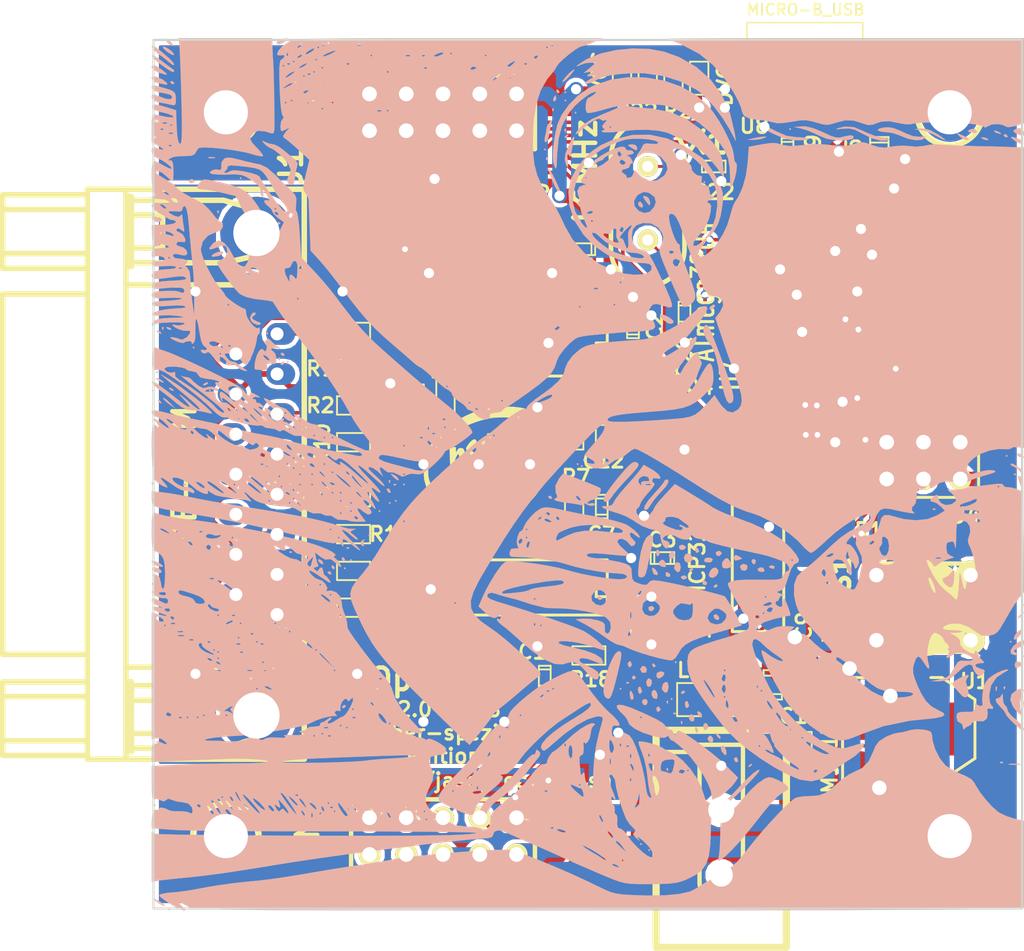
<source format=kicad_pcb>
(kicad_pcb (version 4) (host pcbnew 4.0.2-stable)
  (layers (0 F.Cu signal) (31 B.Cu signal) (34 B.Paste user hide) (35 F.Paste user hide) (36 B.SilkS user hide) (37 F.SilkS user) (38 B.Mask user hide) (39 F.Mask user hide) (44 Edge.Cuts user))
  (net 0 "")
  (net 1 /V_IN)
  (net 2 VSS)
  (net 3 +5VA)
  (net 4 "Net-(C5-Pad1)")
  (net 5 "Net-(C5-Pad2)")
  (net 6 "Net-(C6-Pad1)")
  (net 7 "Net-(C6-Pad2)")
  (net 8 "Net-(C7-Pad1)")
  (net 9 "Net-(C7-Pad2)")
  (net 10 "Net-(C8-Pad1)")
  (net 11 "Net-(C8-Pad2)")
  (net 12 "Net-(C10-Pad1)")
  (net 13 "Net-(C11-Pad1)")
  (net 14 "Net-(C11-Pad2)")
  (net 15 "Net-(C12-Pad1)")
  (net 16 "Net-(C12-Pad2)")
  (net 17 "Net-(C13-Pad1)")
  (net 18 "Net-(C13-Pad2)")
  (net 19 "Net-(C14-Pad1)")
  (net 20 "Net-(C14-Pad2)")
  (net 21 GND)
  (net 22 +5VD)
  (net 23 "Net-(C19-Pad1)")
  (net 24 "Net-(C20-Pad1)")
  (net 25 "Net-(C21-Pad1)")
  (net 26 "Net-(C22-Pad1)")
  (net 27 GNDA)
  (net 28 "Net-(J1-Pad7)")
  (net 29 "Net-(J1-Pad5)")
  (net 30 "Net-(J1-Pad15)")
  (net 31 "Net-(J1-Pad1)")
  (net 32 "Net-(J1-Pad3)")
  (net 33 "Net-(J1-Pad13)")
  (net 34 "Net-(J1-Pad11)")
  (net 35 "Net-(J1-Pad9)")
  (net 36 "Net-(J3-Pad7)")
  (net 37 "Net-(U5-Pad15)")
  (net 38 "Net-(U7-Pad18)")
  (net 39 "Net-(U7-Pad19)")
  (net 40 "Net-(U7-Pad20)")
  (net 41 "Net-(U7-Pad21)")
  (net 42 "Net-(U7-Pad22)")
  (net 43 "Net-(U7-Pad27)")
  (net 44 "Net-(U7-Pad26)")
  (net 45 "Net-(U7-Pad8)")
  (net 46 "Net-(U7-Pad25)")
  (net 47 "Net-(U7-Pad4)")
  (net 48 "Net-(U7-Pad31)")
  (net 49 "Net-(U7-Pad3)")
  (net 50 "Net-(U7-Pad32)")
  (net 51 "Net-(U7-Pad33)")
  (net 52 "Net-(U7-Pad1)")
  (net 53 /SCK)
  (net 54 /MOSI)
  (net 55 /MISO)
  (net 56 /ADC_CS0)
  (net 57 /ADC_CS3)
  (net 58 /ADC_CS1)
  (net 59 /ADC_CS2)
  (net 60 /~RESET)
  (net 61 "Net-(D1-Pad2)")
  (net 62 "Net-(D5-Pad2)")
  (net 63 "Net-(R23-Pad1)")
  (net 64 "Net-(D6-Pad1)")
  (net 65 "Net-(R24-Pad1)")
  (net 66 "Net-(D7-Pad1)")
  (net 67 "Net-(R25-Pad1)")
  (net 68 "Net-(D8-Pad1)")
  (net 69 "Net-(R26-Pad1)")
  (net 70 "Net-(D2-Pad1)")
  (net 71 "Net-(R27-Pad1)")
  (net 72 "Net-(D3-Pad1)")
  (net 73 "Net-(R28-Pad1)")
  (net 74 "Net-(D4-Pad1)")
  (net 75 "Net-(C18-Pad1)")
  (net 76 "Net-(C18-Pad2)")
  (module libcms:SO14E (layer F.Cu) (at 96.52 91.44 180)
    (fp_text reference U2 (at -6.35 -1.016 180) (layer F.SilkS) (effects (font (size 1.016 1.143) (thickness 0.2))))
    (fp_text value MCP6004 (at -8.636 -2.54 180) (layer F.SilkS) (effects (font (size 1.016 1.016) (thickness 0.2))))
    (pad 1 smd rect (at -3.81 2.794 180) (size 0.508 1.143) (layers F.Cu F.Paste F.Mask) (net 5 "Net-(C5-Pad2)"))
    (pad 2 smd rect (at -2.54 2.794 180) (size 0.508 1.143) (layers F.Cu F.Paste F.Mask) (net 4 "Net-(C5-Pad1)"))
    (pad 3 smd rect (at -1.27 2.794 180) (size 0.508 1.143) (layers F.Cu F.Paste F.Mask) (net 27 GNDA))
    (pad 4 smd rect (at 0 2.794 180) (size 0.508 1.143) (layers F.Cu F.Paste F.Mask) (net 3 +5VA))
    (pad 5 smd rect (at 1.27 2.794 180) (size 0.508 1.143) (layers F.Cu F.Paste F.Mask) (net 27 GNDA))
    (pad 6 smd rect (at 2.54 2.794 180) (size 0.508 1.143) (layers F.Cu F.Paste F.Mask) (net 13 "Net-(C11-Pad1)"))
    (pad 7 smd rect (at 3.81 2.794 180) (size 0.508 1.143) (layers F.Cu F.Paste F.Mask) (net 14 "Net-(C11-Pad2)"))
    (pad 8 smd rect (at 3.81 -2.54 180) (size 0.508 1.143) (layers F.Cu F.Paste F.Mask) (net 7 "Net-(C6-Pad2)"))
    (pad 9 smd rect (at 2.54 -2.54 180) (size 0.508 1.143) (layers F.Cu F.Paste F.Mask) (net 6 "Net-(C6-Pad1)"))
    (pad 10 smd rect (at 1.27 -2.54 180) (size 0.508 1.143) (layers F.Cu F.Paste F.Mask) (net 27 GNDA))
    (pad 11 smd rect (at 0 -2.54 180) (size 0.508 1.143) (layers F.Cu F.Paste F.Mask) (net 2 VSS))
    (pad 12 smd rect (at -1.27 -2.54 180) (size 0.508 1.143) (layers F.Cu F.Paste F.Mask) (net 27 GNDA))
    (pad 13 smd rect (at -2.54 -2.54 180) (size 0.508 1.143) (layers F.Cu F.Paste F.Mask) (net 15 "Net-(C12-Pad1)"))
    (pad 14 smd rect (at -3.81 -2.54 180) (size 0.508 1.143) (layers F.Cu F.Paste F.Mask) (net 16 "Net-(C12-Pad2)"))
  )
  (module libcms:SM0603 (layer F.Cu) (at 90.17 89.154 270)
    (fp_text reference R15 (at 2.286 0.254 360) (layer F.SilkS) (effects (font (thickness 0.2))))
    (fp_text value R_ hide)
    (pad 1 smd rect (at -0.762 0 270) (size 0.635 1.143) (layers F.Cu F.Paste F.Mask) (net 13 "Net-(C11-Pad1)"))
    (pad 2 smd rect (at 0.762 0 270) (size 0.635 1.143) (layers F.Cu F.Paste F.Mask) (net 14 "Net-(C11-Pad2)"))
  )
  (module smd_capacitors:c_0805 (layer F.Cu) (at 112.776 114.554 270)
    (fp_text reference C1 (at 0 -1.651 270) (layer F.SilkS) (effects (font (thickness 0.2))))
    (fp_text value 10u hide)
    (pad 1 smd rect (at 0.9525 0 270) (size 1.30048 1.4986) (layers F.Cu F.Paste F.Mask) (net 1 /V_IN))
    (pad 2 smd rect (at -0.9525 0 270) (size 1.30048 1.4986) (layers F.Cu F.Paste F.Mask) (net 2 VSS))
  )
  (module smd_capacitors:c_0603 (layer F.Cu) (at 103.124 89.789 270)
    (fp_text reference C2 (at 0 -1.524 270) (layer F.SilkS) (effects (font (thickness 0.2))))
    (fp_text value 100n hide)
    (pad 1 smd rect (at 0.75184 0 270) (size 0.89916 1.00076) (layers F.Cu F.Paste F.Mask) (net 3 +5VA))
    (pad 2 smd rect (at -0.75184 0 270) (size 0.89916 1.00076) (layers F.Cu F.Paste F.Mask) (net 2 VSS))
  )
  (module smd_capacitors:c_0603 (layer F.Cu) (at 105.156 105.791)
    (fp_text reference C3 (at 0 -1.27) (layer F.SilkS) (effects (font (thickness 0.2))))
    (fp_text value 100n hide)
    (pad 1 smd rect (at 0.75184 0) (size 0.89916 1.00076) (layers F.Cu F.Paste F.Mask) (net 3 +5VA))
    (pad 2 smd rect (at -0.75184 0) (size 0.89916 1.00076) (layers F.Cu F.Paste F.Mask) (net 2 VSS))
  )
  (module smd_capacitors:c_0603 (layer F.Cu) (at 116.7 100 90)
    (fp_text reference C4 (at 2.718 0.14 90) (layer F.SilkS) (effects (font (thickness 0.2))))
    (fp_text value 100n hide)
    (pad 1 smd rect (at 0.75184 0 90) (size 0.89916 1.00076) (layers F.Cu F.Paste F.Mask) (net 3 +5VA))
    (pad 2 smd rect (at -0.75184 0 90) (size 0.89916 1.00076) (layers F.Cu F.Paste F.Mask) (net 2 VSS))
  )
  (module smd_capacitors:c_0603 (layer F.Cu) (at 99.695 84.455 180)
    (fp_text reference C5 (at 2.413 0.127 180) (layer F.SilkS) (effects (font (thickness 0.2))))
    (fp_text value C_ hide)
    (pad 1 smd rect (at 0.75184 0 180) (size 0.89916 1.00076) (layers F.Cu F.Paste F.Mask) (net 4 "Net-(C5-Pad1)"))
    (pad 2 smd rect (at -0.75184 0 180) (size 0.89916 1.00076) (layers F.Cu F.Paste F.Mask) (net 5 "Net-(C5-Pad2)"))
  )
  (module smd_capacitors:c_0603 (layer F.Cu) (at 88.265 94.615 270)
    (fp_text reference C6 (at 0 1.397 270) (layer F.SilkS) (effects (font (thickness 0.2))))
    (fp_text value C_ hide)
    (pad 1 smd rect (at 0.75184 0 270) (size 0.89916 1.00076) (layers F.Cu F.Paste F.Mask) (net 6 "Net-(C6-Pad1)"))
    (pad 2 smd rect (at -0.75184 0 270) (size 0.89916 1.00076) (layers F.Cu F.Paste F.Mask) (net 7 "Net-(C6-Pad2)"))
  )
  (module smd_capacitors:c_0603 (layer F.Cu) (at 100.965 102.235 270)
    (fp_text reference C7 (at 1.905 0 360) (layer F.SilkS) (effects (font (thickness 0.2))))
    (fp_text value C_ hide)
    (pad 1 smd rect (at 0.75184 0 270) (size 0.89916 1.00076) (layers F.Cu F.Paste F.Mask) (net 8 "Net-(C7-Pad1)"))
    (pad 2 smd rect (at -0.75184 0 270) (size 0.89916 1.00076) (layers F.Cu F.Paste F.Mask) (net 9 "Net-(C7-Pad2)"))
  )
  (module smd_capacitors:c_0603 (layer F.Cu) (at 88.265 111.76 270)
    (fp_text reference C8 (at 0 1.397 270) (layer F.SilkS) (effects (font (thickness 0.2))))
    (fp_text value C_ hide)
    (pad 1 smd rect (at 0.75184 0 270) (size 0.89916 1.00076) (layers F.Cu F.Paste F.Mask) (net 10 "Net-(C8-Pad1)"))
    (pad 2 smd rect (at -0.75184 0 270) (size 0.89916 1.00076) (layers F.Cu F.Paste F.Mask) (net 11 "Net-(C8-Pad2)"))
  )
  (module smd_capacitors:c_0805 (layer F.Cu) (at 116.84 110.49 270)
    (fp_text reference C9 (at 0 1.905 270) (layer F.SilkS) (effects (font (thickness 0.2))))
    (fp_text value 10u hide)
    (pad 1 smd rect (at 0.9525 0 270) (size 1.30048 1.4986) (layers F.Cu F.Paste F.Mask) (net 3 +5VA))
    (pad 2 smd rect (at -0.9525 0 270) (size 1.30048 1.4986) (layers F.Cu F.Paste F.Mask) (net 2 VSS))
  )
  (module smd_capacitors:c_0603 (layer F.Cu) (at 95.25 81.28 270)
    (fp_text reference C10 (at 0 -1.524 270) (layer F.SilkS) (effects (font (thickness 0.2))))
    (fp_text value 1n hide)
    (pad 1 smd rect (at 0.75184 0 270) (size 0.89916 1.00076) (layers F.Cu F.Paste F.Mask) (net 12 "Net-(C10-Pad1)"))
    (pad 2 smd rect (at -0.75184 0 270) (size 0.89916 1.00076) (layers F.Cu F.Paste F.Mask) (net 2 VSS))
  )
  (module smd_capacitors:c_0603 (layer F.Cu) (at 88.392 89.154 90)
    (fp_text reference C11 (at 0 -1.524 90) (layer F.SilkS) (effects (font (thickness 0.2))))
    (fp_text value C_ hide)
    (pad 1 smd rect (at 0.75184 0 90) (size 0.89916 1.00076) (layers F.Cu F.Paste F.Mask) (net 13 "Net-(C11-Pad1)"))
    (pad 2 smd rect (at -0.75184 0 90) (size 0.89916 1.00076) (layers F.Cu F.Paste F.Mask) (net 14 "Net-(C11-Pad2)"))
  )
  (module smd_capacitors:c_0603 (layer F.Cu) (at 100.965 97.155 90)
    (fp_text reference C12 (at -1.905 0.127 180) (layer F.SilkS) (effects (font (thickness 0.2))))
    (fp_text value C_ hide)
    (pad 1 smd rect (at 0.75184 0 90) (size 0.89916 1.00076) (layers F.Cu F.Paste F.Mask) (net 15 "Net-(C12-Pad1)"))
    (pad 2 smd rect (at -0.75184 0 90) (size 0.89916 1.00076) (layers F.Cu F.Paste F.Mask) (net 16 "Net-(C12-Pad2)"))
  )
  (module smd_capacitors:c_0603 (layer F.Cu) (at 88.265 104.14 90)
    (fp_text reference C13 (at -2.54 0 90) (layer F.SilkS) (effects (font (thickness 0.2))))
    (fp_text value C_ hide)
    (pad 1 smd rect (at 0.75184 0 90) (size 0.89916 1.00076) (layers F.Cu F.Paste F.Mask) (net 17 "Net-(C13-Pad1)"))
    (pad 2 smd rect (at -0.75184 0 90) (size 0.89916 1.00076) (layers F.Cu F.Paste F.Mask) (net 18 "Net-(C13-Pad2)"))
  )
  (module smd_capacitors:c_0603 (layer F.Cu) (at 97.028 114.046 90)
    (fp_text reference C14 (at 1.778 -0.381 180) (layer F.SilkS) (effects (font (thickness 0.2))))
    (fp_text value C_ hide)
    (pad 1 smd rect (at 0.75184 0 90) (size 0.89916 1.00076) (layers F.Cu F.Paste F.Mask) (net 19 "Net-(C14-Pad1)"))
    (pad 2 smd rect (at -0.75184 0 90) (size 0.89916 1.00076) (layers F.Cu F.Paste F.Mask) (net 20 "Net-(C14-Pad2)"))
  )
  (module smd_capacitors:c_0603 (layer F.Cu) (at 112.6 95)
    (fp_text reference C16 (at 0 1.52) (layer F.SilkS) (effects (font (thickness 0.2))))
    (fp_text value 100n hide)
    (pad 1 smd rect (at 0.75184 0) (size 0.89916 1.00076) (layers F.Cu F.Paste F.Mask) (net 22 +5VD))
    (pad 2 smd rect (at -0.75184 0) (size 0.89916 1.00076) (layers F.Cu F.Paste F.Mask) (net 21 GND))
  )
  (module smd_capacitors:c_0603 (layer F.Cu) (at 124.46 94.996)
    (fp_text reference C17 (at 2.54 0.508) (layer F.SilkS) (effects (font (thickness 0.2))))
    (fp_text value 100n hide)
    (pad 1 smd rect (at 0.75184 0) (size 0.89916 1.00076) (layers F.Cu F.Paste F.Mask) (net 22 +5VD))
    (pad 2 smd rect (at -0.75184 0) (size 0.89916 1.00076) (layers F.Cu F.Paste F.Mask) (net 21 GND))
  )
  (module smd_capacitors:c_0603 (layer F.Cu) (at 113.8 77.6 270)
    (fp_text reference C19 (at 0.378 -1.77 270) (layer F.SilkS) (effects (font (thickness 0.2))))
    (fp_text value 1u hide)
    (pad 1 smd rect (at 0.75184 0 270) (size 0.89916 1.00076) (layers F.Cu F.Paste F.Mask) (net 23 "Net-(C19-Pad1)"))
    (pad 2 smd rect (at -0.75184 0 270) (size 0.89916 1.00076) (layers F.Cu F.Paste F.Mask) (net 21 GND))
  )
  (module smd_capacitors:c_0603 (layer F.Cu) (at 106.68 88.9 90)
    (fp_text reference C20 (at -3.048 0 90) (layer F.SilkS) (effects (font (thickness 0.2))))
    (fp_text value 22p hide)
    (pad 1 smd rect (at 0.75184 0 90) (size 0.89916 1.00076) (layers F.Cu F.Paste F.Mask) (net 24 "Net-(C20-Pad1)"))
    (pad 2 smd rect (at -0.75184 0 90) (size 0.89916 1.00076) (layers F.Cu F.Paste F.Mask) (net 21 GND))
  )
  (module smd_capacitors:c_0603 (layer F.Cu) (at 123.19 80.264 270)
    (fp_text reference C21 (at 0.254 1.524 270) (layer F.SilkS) (effects (font (thickness 0.2))))
    (fp_text value 100n hide)
    (pad 1 smd rect (at 0.75184 0 270) (size 0.89916 1.00076) (layers F.Cu F.Paste F.Mask) (net 25 "Net-(C21-Pad1)"))
    (pad 2 smd rect (at -0.75184 0 270) (size 0.89916 1.00076) (layers F.Cu F.Paste F.Mask) (net 21 GND))
  )
  (module smd_capacitors:c_0603 (layer F.Cu) (at 108.70184 78.74 180)
    (fp_text reference C22 (at 0 -1.778 180) (layer F.SilkS) (effects (font (thickness 0.2))))
    (fp_text value 22p hide)
    (pad 1 smd rect (at 0.75184 0 180) (size 0.89916 1.00076) (layers F.Cu F.Paste F.Mask) (net 26 "Net-(C22-Pad1)"))
    (pad 2 smd rect (at -0.75184 0 180) (size 0.89916 1.00076) (layers F.Cu F.Paste F.Mask) (net 21 GND))
  )
  (module w_conn_d-sub:DB_15M (layer F.Cu) (at 70 100 270)
    (fp_text reference J1 (at -21.26 -9.502 270) (layer F.SilkS) (effects (font (thickness 0.3048))))
    (fp_text value DB-15M (at 0.076 -2.136 270) (layer F.SilkS) (effects (font (thickness 0.3048))))
    (pad "" thru_hole circle (at 16.6624 -7.112 270) (size 5.00126 5.00126) (drill 3.2004) (layers *.Cu *.Mask))
    (pad 6 thru_hole oval (at 4.15544 -8.5344 270) (size 1.50114 1.99898) (drill 0.89916 (offset 0 -0.24892)) (layers *.Cu *.Mask) (net 27 GNDA))
    (pad 7 thru_hole oval (at 6.92404 -8.5344 270) (size 1.50114 1.99898) (drill 0.89916 (offset 0 -0.24892)) (layers *.Cu *.Mask) (net 28 "Net-(J1-Pad7)"))
    (pad 8 thru_hole oval (at 9.69518 -8.5344 270) (size 1.50114 1.99898) (drill 0.89916 (offset 0 -0.24892)) (layers *.Cu *.Mask) (net 27 GNDA))
    (pad 5 thru_hole oval (at 1.3843 -8.5344 270) (size 1.50114 1.99898) (drill 0.89916 (offset 0 -0.24892)) (layers *.Cu *.Mask) (net 29 "Net-(J1-Pad5)"))
    (pad 4 thru_hole oval (at -1.3843 -8.5344 270) (size 1.50114 1.99898) (drill 0.89916 (offset 0 -0.24892)) (layers *.Cu *.Mask) (net 27 GNDA))
    (pad 15 thru_hole oval (at 8.31088 -5.6896 270) (size 1.50114 1.99898) (drill 0.89916 (offset 0 0.24892)) (layers *.Cu *.Mask) (net 30 "Net-(J1-Pad15)"))
    (pad 1 thru_hole oval (at -9.69518 -8.5344 270) (size 1.50114 1.99898) (drill 0.89916 (offset 0 -0.24892)) (layers *.Cu *.Mask) (net 31 "Net-(J1-Pad1)"))
    (pad 2 thru_hole oval (at -6.92404 -8.5344 270) (size 1.50114 1.99898) (drill 0.89916 (offset 0 -0.24892)) (layers *.Cu *.Mask) (net 27 GNDA))
    (pad 3 thru_hole oval (at -4.15544 -8.5344 270) (size 1.50114 1.99898) (drill 0.89916 (offset 0 -0.24892)) (layers *.Cu *.Mask) (net 32 "Net-(J1-Pad3)"))
    (pad "" thru_hole circle (at -16.6624 -7.112 270) (size 5.00126 5.00126) (drill 3.2004) (layers *.Cu *.Mask))
    (pad 14 thru_hole oval (at 5.53974 -5.6896 270) (size 1.50114 1.99898) (drill 0.89916 (offset 0 0.24892)) (layers *.Cu *.Mask) (net 27 GNDA))
    (pad 13 thru_hole oval (at 2.77114 -5.6896 270) (size 1.50114 1.99898) (drill 0.89916 (offset 0 0.24892)) (layers *.Cu *.Mask) (net 33 "Net-(J1-Pad13)"))
    (pad 12 thru_hole oval (at 0 -5.6896 270) (size 1.50114 1.99898) (drill 0.89916 (offset 0 0.24892)) (layers *.Cu *.Mask) (net 27 GNDA))
    (pad 11 thru_hole oval (at -2.77114 -5.6896 270) (size 1.50114 1.99898) (drill 0.89916 (offset 0 0.24892)) (layers *.Cu *.Mask) (net 34 "Net-(J1-Pad11)"))
    (pad 10 thru_hole oval (at -5.53974 -5.6896 270) (size 1.50114 1.99898) (drill 0.89916 (offset 0 0.24892)) (layers *.Cu *.Mask) (net 27 GNDA))
    (pad 9 thru_hole oval (at -8.31088 -5.6896 270) (size 1.50114 1.99898) (drill 0.89916 (offset 0 0.24892)) (layers *.Cu *.Mask) (net 35 "Net-(J1-Pad9)"))
  )
  (module pin_array:PIN_ARRAY_5x2 (layer F.Cu) (at 90 125 180)
    (fp_text reference J2 (at -7.79 1.81 180) (layer F.SilkS) (effects (font (size 1.016 1.016) (thickness 0.2032))))
    (fp_text value "Chain IN" hide)
    (pad 1 thru_hole rect (at -5.08 1.27 180) (size 1.524 1.524) (drill 1.016) (layers *.Cu *.Mask F.SilkS) (net 53 /SCK))
    (pad 2 thru_hole circle (at -5.08 -1.27 180) (size 1.524 1.524) (drill 1.016) (layers *.Cu *.Mask F.SilkS) (net 3 +5VA))
    (pad 3 thru_hole circle (at -2.54 1.27 180) (size 1.524 1.524) (drill 1.016) (layers *.Cu *.Mask F.SilkS) (net 54 /MOSI))
    (pad 4 thru_hole circle (at -2.54 -1.27 180) (size 1.524 1.524) (drill 1.016) (layers *.Cu *.Mask F.SilkS) (net 2 VSS))
    (pad 5 thru_hole circle (at 0 1.27 180) (size 1.524 1.524) (drill 1.016) (layers *.Cu *.Mask F.SilkS) (net 55 /MISO))
    (pad 6 thru_hole circle (at 0 -1.27 180) (size 1.524 1.524) (drill 1.016) (layers *.Cu *.Mask F.SilkS) (net 2 VSS))
    (pad 7 thru_hole circle (at 2.54 1.27 180) (size 1.524 1.524) (drill 1.016) (layers *.Cu *.Mask F.SilkS) (net 56 /ADC_CS0))
    (pad 8 thru_hole circle (at 2.54 -1.27 180) (size 1.524 1.524) (drill 1.016) (layers *.Cu *.Mask F.SilkS) (net 57 /ADC_CS3))
    (pad 9 thru_hole circle (at 5.08 1.27 180) (size 1.524 1.524) (drill 1.016) (layers *.Cu *.Mask F.SilkS) (net 58 /ADC_CS1))
    (pad 10 thru_hole circle (at 5.08 -1.27 180) (size 1.524 1.524) (drill 1.016) (layers *.Cu *.Mask F.SilkS) (net 59 /ADC_CS2))
  )
  (module pin_array:PIN_ARRAY_5x2 (layer F.Cu) (at 90 75 180)
    (fp_text reference J3 (at 7.663 2.089 180) (layer F.SilkS) (effects (font (size 1.016 1.016) (thickness 0.2032))))
    (fp_text value "Chain OUT" hide)
    (pad 1 thru_hole rect (at -5.08 1.27 180) (size 1.524 1.524) (drill 1.016) (layers *.Cu *.Mask F.SilkS) (net 3 +5VA))
    (pad 2 thru_hole circle (at -5.08 -1.27 180) (size 1.524 1.524) (drill 1.016) (layers *.Cu *.Mask F.SilkS) (net 53 /SCK))
    (pad 3 thru_hole circle (at -2.54 1.27 180) (size 1.524 1.524) (drill 1.016) (layers *.Cu *.Mask F.SilkS) (net 2 VSS))
    (pad 4 thru_hole circle (at -2.54 -1.27 180) (size 1.524 1.524) (drill 1.016) (layers *.Cu *.Mask F.SilkS) (net 54 /MOSI))
    (pad 5 thru_hole circle (at 0 1.27 180) (size 1.524 1.524) (drill 1.016) (layers *.Cu *.Mask F.SilkS) (net 2 VSS))
    (pad 6 thru_hole circle (at 0 -1.27 180) (size 1.524 1.524) (drill 1.016) (layers *.Cu *.Mask F.SilkS) (net 55 /MISO))
    (pad 7 thru_hole circle (at 2.54 1.27 180) (size 1.524 1.524) (drill 1.016) (layers *.Cu *.Mask F.SilkS) (net 36 "Net-(J3-Pad7)"))
    (pad 8 thru_hole circle (at 2.54 -1.27 180) (size 1.524 1.524) (drill 1.016) (layers *.Cu *.Mask F.SilkS) (net 58 /ADC_CS1))
    (pad 9 thru_hole circle (at 5.08 1.27 180) (size 1.524 1.524) (drill 1.016) (layers *.Cu *.Mask F.SilkS) (net 57 /ADC_CS3))
    (pad 10 thru_hole circle (at 5.08 -1.27 180) (size 1.524 1.524) (drill 1.016) (layers *.Cu *.Mask F.SilkS) (net 59 /ADC_CS2))
  )
  (module libcms:SM0603 (layer F.Cu) (at 83.82 90.17)
    (fp_text reference R1 (at -2.286 0) (layer F.SilkS) (effects (font (thickness 0.2))))
    (fp_text value R_ hide)
    (pad 1 smd rect (at -0.762 0) (size 0.635 1.143) (layers F.Cu F.Paste F.Mask) (net 31 "Net-(J1-Pad1)"))
    (pad 2 smd rect (at 0.762 0) (size 0.635 1.143) (layers F.Cu F.Paste F.Mask) (net 4 "Net-(C5-Pad1)"))
  )
  (module libcms:SM0603 (layer F.Cu) (at 83.82 95.25)
    (fp_text reference R2 (at -2.286 0) (layer F.SilkS) (effects (font (thickness 0.2))))
    (fp_text value R_ hide)
    (pad 1 smd rect (at -0.762 0) (size 0.635 1.143) (layers F.Cu F.Paste F.Mask) (net 32 "Net-(J1-Pad3)"))
    (pad 2 smd rect (at 0.762 0) (size 0.635 1.143) (layers F.Cu F.Paste F.Mask) (net 6 "Net-(C6-Pad1)"))
  )
  (module libcms:SM0603 (layer F.Cu) (at 83.82 101.6)
    (fp_text reference R3 (at -2.159 0.127 90) (layer F.SilkS) (effects (font (thickness 0.2))))
    (fp_text value R_ hide)
    (pad 1 smd rect (at -0.762 0) (size 0.635 1.143) (layers F.Cu F.Paste F.Mask) (net 29 "Net-(J1-Pad5)"))
    (pad 2 smd rect (at 0.762 0) (size 0.635 1.143) (layers F.Cu F.Paste F.Mask) (net 8 "Net-(C7-Pad1)"))
  )
  (module libcms:SM0603 (layer F.Cu) (at 83.82 106.68)
    (fp_text reference R4 (at 2.286 0) (layer F.SilkS) (effects (font (thickness 0.2))))
    (fp_text value R_ hide)
    (pad 1 smd rect (at -0.762 0) (size 0.635 1.143) (layers F.Cu F.Paste F.Mask) (net 28 "Net-(J1-Pad7)"))
    (pad 2 smd rect (at 0.762 0) (size 0.635 1.143) (layers F.Cu F.Paste F.Mask) (net 10 "Net-(C8-Pad1)"))
  )
  (module libcms:SM0603 (layer F.Cu) (at 99.695 86.36)
    (fp_text reference R5 (at -2.413 0) (layer F.SilkS) (effects (font (thickness 0.2))))
    (fp_text value R_ hide)
    (pad 1 smd rect (at -0.762 0) (size 0.635 1.143) (layers F.Cu F.Paste F.Mask) (net 4 "Net-(C5-Pad1)"))
    (pad 2 smd rect (at 0.762 0) (size 0.635 1.143) (layers F.Cu F.Paste F.Mask) (net 5 "Net-(C5-Pad2)"))
  )
  (module libcms:SM0603 (layer F.Cu) (at 90.17 94.615 90)
    (fp_text reference R6 (at 1.778 -0.127 180) (layer F.SilkS) (effects (font (thickness 0.2))))
    (fp_text value R_ hide)
    (pad 1 smd rect (at -0.762 0 90) (size 0.635 1.143) (layers F.Cu F.Paste F.Mask) (net 6 "Net-(C6-Pad1)"))
    (pad 2 smd rect (at 0.762 0 90) (size 0.635 1.143) (layers F.Cu F.Paste F.Mask) (net 7 "Net-(C6-Pad2)"))
  )
  (module libcms:SM0603 (layer F.Cu) (at 99.06 102.235 90)
    (fp_text reference R7 (at 2.032 0.127 180) (layer F.SilkS) (effects (font (thickness 0.2))))
    (fp_text value R_ hide)
    (pad 1 smd rect (at -0.762 0 90) (size 0.635 1.143) (layers F.Cu F.Paste F.Mask) (net 8 "Net-(C7-Pad1)"))
    (pad 2 smd rect (at 0.762 0 90) (size 0.635 1.143) (layers F.Cu F.Paste F.Mask) (net 9 "Net-(C7-Pad2)"))
  )
  (module libcms:SM0603 (layer F.Cu) (at 90.17 111.76 90)
    (fp_text reference R8 (at -0.127 1.905 180) (layer F.SilkS) (effects (font (thickness 0.2))))
    (fp_text value R_ hide)
    (pad 1 smd rect (at -0.762 0 90) (size 0.635 1.143) (layers F.Cu F.Paste F.Mask) (net 10 "Net-(C8-Pad1)"))
    (pad 2 smd rect (at 0.762 0 90) (size 0.635 1.143) (layers F.Cu F.Paste F.Mask) (net 11 "Net-(C8-Pad2)"))
  )
  (module libcms:SM0603 (layer F.Cu) (at 83.82 92.71)
    (fp_text reference R9 (at -2.286 0) (layer F.SilkS) (effects (font (thickness 0.2))))
    (fp_text value R_ hide)
    (pad 1 smd rect (at -0.762 0) (size 0.635 1.143) (layers F.Cu F.Paste F.Mask) (net 35 "Net-(J1-Pad9)"))
    (pad 2 smd rect (at 0.762 0) (size 0.635 1.143) (layers F.Cu F.Paste F.Mask) (net 13 "Net-(C11-Pad1)"))
  )
  (module libcms:SM0603 (layer F.Cu) (at 83.82 97.79)
    (fp_text reference R10 (at -2.159 0.127 90) (layer F.SilkS) (effects (font (thickness 0.2))))
    (fp_text value R_ hide)
    (pad 1 smd rect (at -0.762 0) (size 0.635 1.143) (layers F.Cu F.Paste F.Mask) (net 34 "Net-(J1-Pad11)"))
    (pad 2 smd rect (at 0.762 0) (size 0.635 1.143) (layers F.Cu F.Paste F.Mask) (net 15 "Net-(C12-Pad1)"))
  )
  (module libcms:SM0603 (layer F.Cu) (at 83.82 104.14)
    (fp_text reference R11 (at 2.54 0) (layer F.SilkS) (effects (font (thickness 0.2))))
    (fp_text value R_ hide)
    (pad 1 smd rect (at -0.762 0) (size 0.635 1.143) (layers F.Cu F.Paste F.Mask) (net 33 "Net-(J1-Pad13)"))
    (pad 2 smd rect (at 0.762 0) (size 0.635 1.143) (layers F.Cu F.Paste F.Mask) (net 17 "Net-(C13-Pad1)"))
  )
  (module libcms:SM0603 (layer F.Cu) (at 83.82 109.22)
    (fp_text reference R12 (at 2.794 0) (layer F.SilkS) (effects (font (thickness 0.2))))
    (fp_text value R_ hide)
    (pad 1 smd rect (at -0.762 0) (size 0.635 1.143) (layers F.Cu F.Paste F.Mask) (net 30 "Net-(J1-Pad15)"))
    (pad 2 smd rect (at 0.762 0) (size 0.635 1.143) (layers F.Cu F.Paste F.Mask) (net 19 "Net-(C14-Pad1)"))
  )
  (module libcms:SM0603 (layer F.Cu) (at 92.71 85.217 90)
    (fp_text reference R13 (at -0.127 1.524 90) (layer F.SilkS) (effects (font (thickness 0.2))))
    (fp_text value 470k hide)
    (pad 1 smd rect (at -0.762 0 90) (size 0.635 1.143) (layers F.Cu F.Paste F.Mask) (net 3 +5VA))
    (pad 2 smd rect (at 0.762 0 90) (size 0.635 1.143) (layers F.Cu F.Paste F.Mask) (net 12 "Net-(C10-Pad1)"))
  )
  (module libcms:SM0603 (layer F.Cu) (at 92.71 81.28 90)
    (fp_text reference R14 (at -0.254 -1.27 90) (layer F.SilkS) (effects (font (thickness 0.2))))
    (fp_text value 470k hide)
    (pad 1 smd rect (at -0.762 0 90) (size 0.635 1.143) (layers F.Cu F.Paste F.Mask) (net 12 "Net-(C10-Pad1)"))
    (pad 2 smd rect (at 0.762 0 90) (size 0.635 1.143) (layers F.Cu F.Paste F.Mask) (net 2 VSS))
  )
  (module libcms:SM0603 (layer F.Cu) (at 99.06 97.155 270)
    (fp_text reference R16 (at -1.905 0.127 360) (layer F.SilkS) (effects (font (thickness 0.2))))
    (fp_text value R_ hide)
    (pad 1 smd rect (at -0.762 0 270) (size 0.635 1.143) (layers F.Cu F.Paste F.Mask) (net 15 "Net-(C12-Pad1)"))
    (pad 2 smd rect (at 0.762 0 270) (size 0.635 1.143) (layers F.Cu F.Paste F.Mask) (net 16 "Net-(C12-Pad2)"))
  )
  (module libcms:SM0603 (layer F.Cu) (at 90.17 104.14 270)
    (fp_text reference R17 (at 2.667 0 270) (layer F.SilkS) (effects (font (thickness 0.2))))
    (fp_text value R_ hide)
    (pad 1 smd rect (at -0.762 0 270) (size 0.635 1.143) (layers F.Cu F.Paste F.Mask) (net 17 "Net-(C13-Pad1)"))
    (pad 2 smd rect (at 0.762 0 270) (size 0.635 1.143) (layers F.Cu F.Paste F.Mask) (net 18 "Net-(C13-Pad2)"))
  )
  (module libcms:SM0603 (layer F.Cu) (at 100.076 112.522)
    (fp_text reference R18 (at 0.127 1.651) (layer F.SilkS) (effects (font (thickness 0.2))))
    (fp_text value R_ hide)
    (pad 1 smd rect (at -0.762 0) (size 0.635 1.143) (layers F.Cu F.Paste F.Mask) (net 19 "Net-(C14-Pad1)"))
    (pad 2 smd rect (at 0.762 0) (size 0.635 1.143) (layers F.Cu F.Paste F.Mask) (net 20 "Net-(C14-Pad2)"))
  )
  (module libcms:SM0603 (layer F.Cu) (at 122.936 103.886 180)
    (fp_text reference R19 (at 3.048 0 180) (layer F.SilkS) (effects (font (thickness 0.2))))
    (fp_text value R_ hide)
    (pad 1 smd rect (at -0.762 0 180) (size 0.635 1.143) (layers F.Cu F.Paste F.Mask) (net 22 +5VD))
    (pad 2 smd rect (at 0.762 0 180) (size 0.635 1.143) (layers F.Cu F.Paste F.Mask) (net 60 /~RESET))
  )
  (module libcms:TQFP44 (layer F.Cu) (at 115.6 87 270)
    (fp_text reference U7 (at 6.218 5.618 270) (layer F.SilkS) (effects (font (size 1.524 1.016) (thickness 0.2032))))
    (fp_text value ATmega32U4 (at 0.376 7.65 270) (layer F.SilkS) (effects (font (size 1.524 1.016) (thickness 0.2032))))
    (pad 39 smd rect (at 0 -5.715 270) (size 0.4064 1.524) (layers F.Cu F.Paste F.Mask) (net 65 "Net-(R24-Pad1)"))
    (pad 40 smd rect (at -0.8001 -5.715 270) (size 0.4064 1.524) (layers F.Cu F.Paste F.Mask) (net 69 "Net-(R26-Pad1)"))
    (pad 41 smd rect (at -1.6002 -5.715 270) (size 0.4064 1.524) (layers F.Cu F.Paste F.Mask) (net 63 "Net-(R23-Pad1)"))
    (pad 42 smd rect (at -2.4003 -5.715 270) (size 0.4064 1.524) (layers F.Cu F.Paste F.Mask) (net 25 "Net-(C21-Pad1)"))
    (pad 43 smd rect (at -3.2004 -5.715 270) (size 0.4064 1.524) (layers F.Cu F.Paste F.Mask) (net 21 GND))
    (pad 44 smd rect (at -4.0005 -5.715 270) (size 0.4064 1.524) (layers F.Cu F.Paste F.Mask) (net 22 +5VD))
    (pad 38 smd rect (at 0.8001 -5.715 270) (size 0.4064 1.524) (layers F.Cu F.Paste F.Mask) (net 71 "Net-(R27-Pad1)"))
    (pad 37 smd rect (at 1.6002 -5.715 270) (size 0.4064 1.524) (layers F.Cu F.Paste F.Mask) (net 67 "Net-(R25-Pad1)"))
    (pad 36 smd rect (at 2.4003 -5.715 270) (size 0.4064 1.524) (layers F.Cu F.Paste F.Mask) (net 73 "Net-(R28-Pad1)"))
    (pad 35 smd rect (at 3.2004 -5.715 270) (size 0.4064 1.524) (layers F.Cu F.Paste F.Mask) (net 21 GND))
    (pad 34 smd rect (at 4.0005 -5.715 270) (size 0.4064 1.524) (layers F.Cu F.Paste F.Mask) (net 22 +5VD))
    (pad 17 smd rect (at 0 5.715 270) (size 0.4064 1.524) (layers F.Cu F.Paste F.Mask) (net 24 "Net-(C20-Pad1)"))
    (pad 16 smd rect (at -0.8001 5.715 270) (size 0.4064 1.524) (layers F.Cu F.Paste F.Mask) (net 26 "Net-(C22-Pad1)"))
    (pad 15 smd rect (at -1.6002 5.715 270) (size 0.4064 1.524) (layers F.Cu F.Paste F.Mask) (net 21 GND))
    (pad 14 smd rect (at -2.4003 5.715 270) (size 0.4064 1.524) (layers F.Cu F.Paste F.Mask) (net 22 +5VD))
    (pad 13 smd rect (at -3.2004 5.715 270) (size 0.4064 1.524) (layers F.Cu F.Paste F.Mask) (net 60 /~RESET))
    (pad 12 smd rect (at -4.0005 5.715 270) (size 0.4064 1.524) (layers F.Cu F.Paste F.Mask) (net 57 /ADC_CS3))
    (pad 18 smd rect (at 0.8001 5.715 270) (size 0.4064 1.524) (layers F.Cu F.Paste F.Mask) (net 38 "Net-(U7-Pad18)"))
    (pad 19 smd rect (at 1.6002 5.715 270) (size 0.4064 1.524) (layers F.Cu F.Paste F.Mask) (net 39 "Net-(U7-Pad19)"))
    (pad 20 smd rect (at 2.4003 5.715 270) (size 0.4064 1.524) (layers F.Cu F.Paste F.Mask) (net 40 "Net-(U7-Pad20)"))
    (pad 21 smd rect (at 3.2004 5.715 270) (size 0.4064 1.524) (layers F.Cu F.Paste F.Mask) (net 41 "Net-(U7-Pad21)"))
    (pad 22 smd rect (at 4.0005 5.715 270) (size 0.4064 1.524) (layers F.Cu F.Paste F.Mask) (net 42 "Net-(U7-Pad22)"))
    (pad 6 smd rect (at -5.715 0 270) (size 1.524 0.4064) (layers F.Cu F.Paste F.Mask) (net 23 "Net-(C19-Pad1)"))
    (pad 28 smd rect (at 5.715 0 270) (size 1.524 0.4064) (layers F.Cu F.Paste F.Mask) (net 56 /ADC_CS0))
    (pad 7 smd rect (at -5.715 0.8001 270) (size 1.524 0.4064) (layers F.Cu F.Paste F.Mask) (net 22 +5VD))
    (pad 27 smd rect (at 5.715 0.8001 270) (size 1.524 0.4064) (layers F.Cu F.Paste F.Mask) (net 43 "Net-(U7-Pad27)"))
    (pad 26 smd rect (at 5.715 1.6002 270) (size 1.524 0.4064) (layers F.Cu F.Paste F.Mask) (net 44 "Net-(U7-Pad26)"))
    (pad 8 smd rect (at -5.715 1.6002 270) (size 1.524 0.4064) (layers F.Cu F.Paste F.Mask) (net 45 "Net-(U7-Pad8)"))
    (pad 9 smd rect (at -5.715 2.4003 270) (size 1.524 0.4064) (layers F.Cu F.Paste F.Mask) (net 53 /SCK))
    (pad 25 smd rect (at 5.715 2.4003 270) (size 1.524 0.4064) (layers F.Cu F.Paste F.Mask) (net 46 "Net-(U7-Pad25)"))
    (pad 24 smd rect (at 5.715 3.2004 270) (size 1.524 0.4064) (layers F.Cu F.Paste F.Mask) (net 22 +5VD))
    (pad 10 smd rect (at -5.715 3.2004 270) (size 1.524 0.4064) (layers F.Cu F.Paste F.Mask) (net 54 /MOSI))
    (pad 11 smd rect (at -5.715 4.0005 270) (size 1.524 0.4064) (layers F.Cu F.Paste F.Mask) (net 55 /MISO))
    (pad 23 smd rect (at 5.715 4.0005 270) (size 1.524 0.4064) (layers F.Cu F.Paste F.Mask) (net 21 GND))
    (pad 29 smd rect (at 5.715 -0.8001 270) (size 1.524 0.4064) (layers F.Cu F.Paste F.Mask) (net 58 /ADC_CS1))
    (pad 5 smd rect (at -5.715 -0.8001 270) (size 1.524 0.4064) (layers F.Cu F.Paste F.Mask) (net 21 GND))
    (pad 4 smd rect (at -5.715 -1.6002 270) (size 1.524 0.4064) (layers F.Cu F.Paste F.Mask) (net 47 "Net-(U7-Pad4)"))
    (pad 30 smd rect (at 5.715 -1.6002 270) (size 1.524 0.4064) (layers F.Cu F.Paste F.Mask) (net 59 /ADC_CS2))
    (pad 31 smd rect (at 5.715 -2.4003 270) (size 1.524 0.4064) (layers F.Cu F.Paste F.Mask) (net 48 "Net-(U7-Pad31)"))
    (pad 3 smd rect (at -5.715 -2.4003 270) (size 1.524 0.4064) (layers F.Cu F.Paste F.Mask) (net 49 "Net-(U7-Pad3)"))
    (pad 2 smd rect (at -5.715 -3.2004 270) (size 1.524 0.4064) (layers F.Cu F.Paste F.Mask) (net 22 +5VD))
    (pad 32 smd rect (at 5.715 -3.2004 270) (size 1.524 0.4064) (layers F.Cu F.Paste F.Mask) (net 50 "Net-(U7-Pad32)"))
    (pad 33 smd rect (at 5.715 -4.0005 270) (size 1.524 0.4064) (layers F.Cu F.Paste F.Mask) (net 51 "Net-(U7-Pad33)"))
    (pad 1 smd rect (at -5.715 -4.0005 270) (size 1.524 0.4064) (layers F.Cu F.Paste F.Mask) (net 52 "Net-(U7-Pad1)"))
  )
  (module open-project:MICRO-B_USB (layer F.Cu) (at 115 70 180)
    (fp_text reference U8 (at 3.494 -5.946 180) (layer F.SilkS) (effects (font (thickness 0.2))))
    (fp_text value MICRO-B_USB (at -0.05 2.09 180) (layer F.SilkS) (effects (font (size 0.762 0.762) (thickness 0.127))))
    (pad "" smd rect (at -1.19888 -1.4478 180) (size 1.89738 1.89738) (layers F.Cu F.Paste F.Mask))
    (pad "" smd rect (at 1.19888 -1.4478 180) (size 1.89992 1.89738) (layers F.Cu F.Paste F.Mask))
    (pad "" smd rect (at 3.79984 -1.4478 180) (size 1.79578 1.89738) (layers F.Cu F.Paste F.Mask))
    (pad "" smd rect (at -3.0988 -3.99796 180) (size 2.0955 1.59766) (layers F.Cu F.Paste F.Mask))
    (pad 1 smd rect (at -1.29794 -4.12496 180) (size 0.39878 1.3462) (layers F.Cu F.Paste F.Mask) (net 22 +5VD) (clearance 0.2032))
    (pad 2 smd rect (at -0.6477 -4.12496 180) (size 0.39878 1.3462) (layers F.Cu F.Paste F.Mask) (net 49 "Net-(U7-Pad3)") (clearance 0.2032))
    (pad 3 smd rect (at 0 -4.12496 180) (size 0.39878 1.3462) (layers F.Cu F.Paste F.Mask) (net 47 "Net-(U7-Pad4)") (clearance 0.2032))
    (pad 4 smd rect (at 0.6477 -4.12496 180) (size 0.39878 1.3462) (layers F.Cu F.Paste F.Mask) (net 21 GND) (clearance 0.2032))
    (pad 5 smd rect (at 1.29794 -4.12496 180) (size 0.39878 1.3462) (layers F.Cu F.Paste F.Mask) (net 21 GND) (clearance 0.2032))
    (pad "" smd rect (at 3.0988 -3.99796 180) (size 2.0955 1.59766) (layers F.Cu F.Paste F.Mask))
    (pad "" smd rect (at -3.79984 -1.4478 180) (size 1.79578 1.89738) (layers F.Cu F.Paste F.Mask))
  )
  (module discret:HC-49V (layer F.Cu) (at 104.14 81.28 90)
    (fp_text reference X1 (at 4.191 4.064 180) (layer F.SilkS) (effects (font (thickness 0.3048))))
    (fp_text value 16MHz (at 2.032 -4.318 90) (layer F.SilkS) (effects (font (thickness 0.3048))))
    (pad 1 thru_hole circle (at -2.54 0 90) (size 1.4224 1.4224) (drill 0.762) (layers *.Cu *.Mask F.SilkS) (net 24 "Net-(C20-Pad1)"))
    (pad 2 thru_hole circle (at 2.54 0 90) (size 1.4224 1.4224) (drill 0.762) (layers *.Cu *.Mask F.SilkS) (net 26 "Net-(C22-Pad1)"))
  )
  (module connect:1pin (layer F.Cu) (at 75 75)
    (fp_text reference 1PIN hide)
    (fp_text value P*** hide)
    (pad "" np_thru_hole circle (at 0 0) (size 4.064 4.064) (drill 3.048) (layers *.Cu))
  )
  (module connect:1pin (layer F.Cu) (at 75 125)
    (fp_text reference 1PIN hide)
    (fp_text value P*** hide)
    (pad "" np_thru_hole circle (at 0 0) (size 4.064 4.064) (drill 3.048) (layers *.Cu))
  )
  (module connect:1pin (layer F.Cu) (at 125 125)
    (fp_text reference 1PIN hide)
    (fp_text value P*** hide)
    (pad "" np_thru_hole circle (at 0 0) (size 4.064 4.064) (drill 3.048) (layers *.Cu))
  )
  (module connect:1pin (layer F.Cu) (at 125 75)
    (fp_text reference 1PIN hide)
    (fp_text value P*** hide)
    (pad "" np_thru_hole circle (at 0 0) (size 4.064 4.064) (drill 3.048) (layers *.Cu))
  )
  (module libcms:SO14E (layer F.Cu) (at 96.52 107.95 180)
    (fp_text reference U3 (at -6.096 -1.016 180) (layer F.SilkS) (effects (font (size 1.016 1.143) (thickness 0.2))))
    (fp_text value MCP6004 (at -8.636 -2.794 180) (layer F.SilkS) (effects (font (size 1.016 1.016) (thickness 0.2))))
    (pad 1 smd rect (at -3.81 2.794 180) (size 0.508 1.143) (layers F.Cu F.Paste F.Mask) (net 9 "Net-(C7-Pad2)"))
    (pad 2 smd rect (at -2.54 2.794 180) (size 0.508 1.143) (layers F.Cu F.Paste F.Mask) (net 8 "Net-(C7-Pad1)"))
    (pad 3 smd rect (at -1.27 2.794 180) (size 0.508 1.143) (layers F.Cu F.Paste F.Mask) (net 27 GNDA))
    (pad 4 smd rect (at 0 2.794 180) (size 0.508 1.143) (layers F.Cu F.Paste F.Mask) (net 3 +5VA))
    (pad 5 smd rect (at 1.27 2.794 180) (size 0.508 1.143) (layers F.Cu F.Paste F.Mask) (net 27 GNDA))
    (pad 6 smd rect (at 2.54 2.794 180) (size 0.508 1.143) (layers F.Cu F.Paste F.Mask) (net 17 "Net-(C13-Pad1)"))
    (pad 7 smd rect (at 3.81 2.794 180) (size 0.508 1.143) (layers F.Cu F.Paste F.Mask) (net 18 "Net-(C13-Pad2)"))
    (pad 8 smd rect (at 3.81 -2.54 180) (size 0.508 1.143) (layers F.Cu F.Paste F.Mask) (net 11 "Net-(C8-Pad2)"))
    (pad 9 smd rect (at 2.54 -2.54 180) (size 0.508 1.143) (layers F.Cu F.Paste F.Mask) (net 10 "Net-(C8-Pad1)"))
    (pad 10 smd rect (at 1.27 -2.54 180) (size 0.508 1.143) (layers F.Cu F.Paste F.Mask) (net 27 GNDA))
    (pad 11 smd rect (at 0 -2.54 180) (size 0.508 1.143) (layers F.Cu F.Paste F.Mask) (net 2 VSS))
    (pad 12 smd rect (at -1.27 -2.54 180) (size 0.508 1.143) (layers F.Cu F.Paste F.Mask) (net 27 GNDA))
    (pad 13 smd rect (at -2.54 -2.54 180) (size 0.508 1.143) (layers F.Cu F.Paste F.Mask) (net 19 "Net-(C14-Pad1)"))
    (pad 14 smd rect (at -3.81 -2.54 180) (size 0.508 1.143) (layers F.Cu F.Paste F.Mask) (net 20 "Net-(C14-Pad2)"))
  )
  (module libcms:SO8E (layer F.Cu) (at 86.995 82.55 90)
    (fp_text reference U4 (at 3.556 -0.127 180) (layer F.SilkS) (effects (font (size 1.143 1.143) (thickness 0.2))))
    (fp_text value MCP6002 (at -3.81 -0.127 180) (layer F.SilkS) (effects (font (size 0.889 0.889) (thickness 0.2))))
    (pad 8 smd rect (at -1.905 -2.667 90) (size 0.59944 1.39954) (layers F.Cu F.Paste F.Mask) (net 3 +5VA))
    (pad 1 smd rect (at -1.905 2.667 90) (size 0.59944 1.39954) (layers F.Cu F.Paste F.Mask) (net 27 GNDA))
    (pad 7 smd rect (at -0.635 -2.667 90) (size 0.59944 1.39954) (layers F.Cu F.Paste F.Mask))
    (pad 6 smd rect (at 0.635 -2.667 90) (size 0.59944 1.39954) (layers F.Cu F.Paste F.Mask))
    (pad 5 smd rect (at 1.905 -2.667 90) (size 0.59944 1.39954) (layers F.Cu F.Paste F.Mask))
    (pad 2 smd rect (at -0.635 2.667 90) (size 0.59944 1.39954) (layers F.Cu F.Paste F.Mask) (net 27 GNDA))
    (pad 3 smd rect (at 0.635 2.667 90) (size 0.59944 1.39954) (layers F.Cu F.Paste F.Mask) (net 12 "Net-(C10-Pad1)"))
    (pad 4 smd rect (at 1.905 2.667 90) (size 0.59944 1.39954) (layers F.Cu F.Paste F.Mask) (net 2 VSS))
  )
  (module libcms:SO16E (layer F.Cu) (at 111.76 105.41 270)
    (fp_text reference U5 (at -6.477 1.016 360) (layer F.SilkS) (effects (font (size 1.016 1.143) (thickness 0.2))))
    (fp_text value MCP3208 (at -0.127 4.191 270) (layer F.SilkS) (effects (font (size 1.016 1) (thickness 0.2))))
    (pad 1 smd rect (at -4.445 2.54 270) (size 0.508 1.143) (layers F.Cu F.Paste F.Mask) (net 5 "Net-(C5-Pad2)"))
    (pad 2 smd rect (at -3.175 2.54 270) (size 0.508 1.143) (layers F.Cu F.Paste F.Mask) (net 14 "Net-(C11-Pad2)"))
    (pad 3 smd rect (at -1.905 2.54 270) (size 0.508 1.143) (layers F.Cu F.Paste F.Mask) (net 7 "Net-(C6-Pad2)"))
    (pad 4 smd rect (at -0.635 2.54 270) (size 0.508 1.143) (layers F.Cu F.Paste F.Mask) (net 16 "Net-(C12-Pad2)"))
    (pad 5 smd rect (at 0.635 2.54 270) (size 0.508 1.143) (layers F.Cu F.Paste F.Mask) (net 9 "Net-(C7-Pad2)"))
    (pad 6 smd rect (at 1.905 2.54 270) (size 0.508 1.143) (layers F.Cu F.Paste F.Mask) (net 18 "Net-(C13-Pad2)"))
    (pad 7 smd rect (at 3.175 2.54 270) (size 0.508 1.143) (layers F.Cu F.Paste F.Mask) (net 11 "Net-(C8-Pad2)"))
    (pad 8 smd rect (at 4.445 2.54 270) (size 0.508 1.143) (layers F.Cu F.Paste F.Mask) (net 20 "Net-(C14-Pad2)"))
    (pad 9 smd rect (at 4.445 -2.54 270) (size 0.508 1.143) (layers F.Cu F.Paste F.Mask) (net 2 VSS))
    (pad 10 smd rect (at 3.175 -2.54 270) (size 0.508 1.143) (layers F.Cu F.Paste F.Mask) (net 56 /ADC_CS0))
    (pad 11 smd rect (at 1.905 -2.54 270) (size 0.508 1.143) (layers F.Cu F.Paste F.Mask) (net 54 /MOSI))
    (pad 12 smd rect (at 0.635 -2.54 270) (size 0.508 1.143) (layers F.Cu F.Paste F.Mask) (net 55 /MISO))
    (pad 13 smd rect (at -0.635 -2.54 270) (size 0.508 1.143) (layers F.Cu F.Paste F.Mask) (net 53 /SCK))
    (pad 14 smd rect (at -1.905 -2.54 270) (size 0.508 1.143) (layers F.Cu F.Paste F.Mask) (net 2 VSS))
    (pad 15 smd rect (at -3.175 -2.54 270) (size 0.508 1.143) (layers F.Cu F.Paste F.Mask) (net 37 "Net-(U5-Pad15)"))
    (pad 16 smd rect (at -4.445 -2.54 270) (size 0.508 1.143) (layers F.Cu F.Paste F.Mask) (net 3 +5VA))
  )
  (module pin_array:pin_array_3x2 (layer F.Cu) (at 123.19 99.06 180)
    (fp_text reference J4 (at -3.048 -3.81 180) (layer F.SilkS) (effects (font (size 1.016 1.016) (thickness 0.2032))))
    (fp_text value AVRISP hide)
    (pad 1 thru_hole rect (at -2.54 1.27 180) (size 1.524 1.524) (drill 1.016) (layers *.Cu *.Mask F.SilkS) (net 55 /MISO))
    (pad 2 thru_hole circle (at -2.54 -1.27 180) (size 1.524 1.524) (drill 1.016) (layers *.Cu *.Mask F.SilkS) (net 22 +5VD))
    (pad 3 thru_hole circle (at 0 1.27 180) (size 1.524 1.524) (drill 1.016) (layers *.Cu *.Mask F.SilkS) (net 53 /SCK))
    (pad 4 thru_hole circle (at 0 -1.27 180) (size 1.524 1.524) (drill 1.016) (layers *.Cu *.Mask F.SilkS) (net 54 /MOSI))
    (pad 5 thru_hole circle (at 2.54 1.27 180) (size 1.524 1.524) (drill 1.016) (layers *.Cu *.Mask F.SilkS) (net 60 /~RESET))
    (pad 6 thru_hole circle (at 2.54 -1.27 180) (size 1.524 1.524) (drill 1.016) (layers *.Cu *.Mask F.SilkS) (net 21 GND))
  )
  (module w_switch:PCB_PUSH (layer F.Cu) (at 123.19 109.22 90)
    (fp_text reference S1 (at 2.286 -5.715 90) (layer F.SilkS) (effects (font (size 1.27 1.27) (thickness 0.3175))))
    (fp_text value SW6x6 hide)
    (pad 1 thru_hole circle (at -2.25044 -3.2512 90) (size 1.99898 1.99898) (drill 1.00076) (layers *.Cu *.Mask F.SilkS) (net 60 /~RESET))
    (pad 2 thru_hole circle (at 2.25044 3.2512 90) (size 1.99898 1.99898) (drill 1.00076) (layers *.Cu *.Mask F.SilkS) (net 21 GND))
    (pad 4 thru_hole circle (at 2.25044 -3.2512 90) (size 1.99898 1.99898) (drill 1.00076) (layers *.Cu *.Mask F.SilkS) (net 60 /~RESET))
    (pad 3 thru_hole circle (at -2.25044 3.2512 90) (size 1.99898 1.99898) (drill 1.00076) (layers *.Cu *.Mask F.SilkS) (net 21 GND))
  )
  (module libcms:SOT223 (layer F.Cu) (at 122.174 117.602 270)
    (fp_text reference U1 (at -3.302 -4.572 540) (layer F.SilkS) (effects (font (size 1.016 1.016) (thickness 0.2032))))
    (fp_text value LM1117-5.0 (at 0.508 5.461 450) (layer F.SilkS) (effects (font (size 1.016 1.016) (thickness 0.2032))))
    (pad 4 smd rect (at 0 -3.302 270) (size 3.6576 2.032) (layers F.Cu F.Paste F.Mask))
    (pad 2 smd rect (at 0 3.302 270) (size 1.016 2.032) (layers F.Cu F.Paste F.Mask) (net 3 +5VA))
    (pad 3 smd rect (at 2.286 3.302 270) (size 1.016 2.032) (layers F.Cu F.Paste F.Mask) (net 1 /V_IN))
    (pad 1 smd rect (at -2.286 3.302 270) (size 1.016 2.032) (layers F.Cu F.Paste F.Mask) (net 2 VSS))
  )
  (module smd_capacitors:c_0805 (layer F.Cu) (at 120.142 77.724 90)
    (fp_text reference C15 (at -0.508 -1.778 90) (layer F.SilkS) (effects (font (thickness 0.2))))
    (fp_text value 10u hide)
    (pad 1 smd rect (at 0.9525 0 90) (size 1.30048 1.4986) (layers F.Cu F.Paste F.Mask) (net 22 +5VD))
    (pad 2 smd rect (at -0.9525 0 90) (size 1.30048 1.4986) (layers F.Cu F.Paste F.Mask) (net 21 GND))
  )
  (module libcms:SM0603 (layer F.Cu) (at 105.918 72.644 270)
    (fp_text reference R21 (at 2.286 -0.762 360) (layer F.SilkS) (effects (font (thickness 0.2))))
    (fp_text value 220 hide)
    (pad 1 smd rect (at -0.762 0 270) (size 0.635 1.143) (layers F.Cu F.Paste F.Mask) (net 21 GND))
    (pad 2 smd rect (at 0.762 0 270) (size 0.635 1.143) (layers F.Cu F.Paste F.Mask) (net 61 "Net-(D1-Pad2)"))
  )
  (module libcms:SM0603 (layer F.Cu) (at 104.14 72.644 270)
    (fp_text reference R22 (at 2.286 0.762 360) (layer F.SilkS) (effects (font (thickness 0.2))))
    (fp_text value 220 hide)
    (pad 1 smd rect (at -0.762 0 270) (size 0.635 1.143) (layers F.Cu F.Paste F.Mask) (net 21 GND))
    (pad 2 smd rect (at 0.762 0 270) (size 0.635 1.143) (layers F.Cu F.Paste F.Mask) (net 62 "Net-(D5-Pad2)"))
  )
  (module libcms:SM0603 (layer F.Cu) (at 125.222 82.296)
    (fp_text reference 23 (at -2.032 0 180) (layer F.SilkS) (effects (font (thickness 0.2))))
    (fp_text value 220 hide)
    (pad 1 smd rect (at -0.762 0) (size 0.635 1.143) (layers F.Cu F.Paste F.Mask) (net 63 "Net-(R23-Pad1)"))
    (pad 2 smd rect (at 0.762 0) (size 0.635 1.143) (layers F.Cu F.Paste F.Mask) (net 64 "Net-(D6-Pad1)"))
  )
  (module libcms:SM0603 (layer F.Cu) (at 125.222 85.852)
    (fp_text reference 24 (at -2.032 0) (layer F.SilkS) (effects (font (thickness 0.2))))
    (fp_text value 220 hide)
    (pad 1 smd rect (at -0.762 0) (size 0.635 1.143) (layers F.Cu F.Paste F.Mask) (net 65 "Net-(R24-Pad1)"))
    (pad 2 smd rect (at 0.762 0) (size 0.635 1.143) (layers F.Cu F.Paste F.Mask) (net 66 "Net-(D7-Pad1)"))
  )
  (module libcms:SM0603 (layer F.Cu) (at 125.222 89.408)
    (fp_text reference 25 (at -2.032 0) (layer F.SilkS) (effects (font (thickness 0.2))))
    (fp_text value 220 hide)
    (pad 1 smd rect (at -0.762 0) (size 0.635 1.143) (layers F.Cu F.Paste F.Mask) (net 67 "Net-(R25-Pad1)"))
    (pad 2 smd rect (at 0.762 0) (size 0.635 1.143) (layers F.Cu F.Paste F.Mask) (net 68 "Net-(D8-Pad1)"))
  )
  (module libcms:SM0603 (layer F.Cu) (at 125.222 84.074)
    (fp_text reference 26 (at -2.032 0) (layer F.SilkS) (effects (font (thickness 0.2))))
    (fp_text value 220 hide)
    (pad 1 smd rect (at -0.762 0) (size 0.635 1.143) (layers F.Cu F.Paste F.Mask) (net 69 "Net-(R26-Pad1)"))
    (pad 2 smd rect (at 0.762 0) (size 0.635 1.143) (layers F.Cu F.Paste F.Mask) (net 70 "Net-(D2-Pad1)"))
  )
  (module libcms:SM0603 (layer F.Cu) (at 125.222 87.63)
    (fp_text reference 27 (at -2.032 0 180) (layer F.SilkS) (effects (font (thickness 0.2))))
    (fp_text value 220 hide)
    (pad 1 smd rect (at -0.762 0) (size 0.635 1.143) (layers F.Cu F.Paste F.Mask) (net 71 "Net-(R27-Pad1)"))
    (pad 2 smd rect (at 0.762 0) (size 0.635 1.143) (layers F.Cu F.Paste F.Mask) (net 72 "Net-(D3-Pad1)"))
  )
  (module libcms:SM0603 (layer F.Cu) (at 125.222 91.186)
    (fp_text reference 28 (at -2.032 0) (layer F.SilkS) (effects (font (thickness 0.2))))
    (fp_text value 220 hide)
    (pad 1 smd rect (at -0.762 0) (size 0.635 1.143) (layers F.Cu F.Paste F.Mask) (net 73 "Net-(R28-Pad1)"))
    (pad 2 smd rect (at 0.762 0) (size 0.635 1.143) (layers F.Cu F.Paste F.Mask) (net 74 "Net-(D4-Pad1)"))
  )
  (module libcms:SM0603 (layer F.Cu) (at 127.508 82.042 90)
    (fp_text reference ACT (at 2.794 -2.286 360) (layer F.SilkS) (effects (font (thickness 0.2))))
    (fp_text value ACT hide)
    (pad 1 smd rect (at -0.762 0 90) (size 0.635 1.143) (layers F.Cu F.Paste F.Mask) (net 70 "Net-(D2-Pad1)"))
    (pad 2 smd rect (at 0.762 0 90) (size 0.635 1.143) (layers F.Cu F.Paste F.Mask) (net 21 GND))
  )
  (module libcms:SM0603 (layer F.Cu) (at 127.508 87.63 270)
    (fp_text reference 3 (at 0 -1.27 360) (layer F.SilkS) (effects (font (thickness 0.2))))
    (fp_text value CH8-15 hide)
    (pad 1 smd rect (at -0.762 0 270) (size 0.635 1.143) (layers F.Cu F.Paste F.Mask) (net 72 "Net-(D3-Pad1)"))
    (pad 2 smd rect (at 0.762 0 270) (size 0.635 1.143) (layers F.Cu F.Paste F.Mask) (net 21 GND))
  )
  (module libcms:SM0603 (layer F.Cu) (at 127.508 93.218 270)
    (fp_text reference 1 (at -11.43 -1.27 360) (layer F.SilkS) (effects (font (thickness 0.2))))
    (fp_text value CH24-32 hide)
    (pad 1 smd rect (at -0.762 0 270) (size 0.635 1.143) (layers F.Cu F.Paste F.Mask) (net 74 "Net-(D4-Pad1)"))
    (pad 2 smd rect (at 0.762 0 270) (size 0.635 1.143) (layers F.Cu F.Paste F.Mask) (net 21 GND))
  )
  (module libcms:SM0603 (layer F.Cu) (at 102.362 72.644 90)
    (fp_text reference AVCC (at 0 -1.524 90) (layer F.SilkS) (effects (font (thickness 0.2))))
    (fp_text value AVDD hide)
    (pad 1 smd rect (at -0.762 0 90) (size 0.635 1.143) (layers F.Cu F.Paste F.Mask) (net 3 +5VA))
    (pad 2 smd rect (at 0.762 0 90) (size 0.635 1.143) (layers F.Cu F.Paste F.Mask) (net 62 "Net-(D5-Pad2)"))
  )
  (module libcms:SM0603 (layer F.Cu) (at 127.508 79.248 90)
    (fp_text reference CONN (at -14.224 -3.048 180) (layer F.SilkS) (effects (font (thickness 0.2))))
    (fp_text value CONN hide)
    (pad 1 smd rect (at -0.762 0 90) (size 0.635 1.143) (layers F.Cu F.Paste F.Mask) (net 64 "Net-(D6-Pad1)"))
    (pad 2 smd rect (at 0.762 0 90) (size 0.635 1.143) (layers F.Cu F.Paste F.Mask) (net 21 GND))
  )
  (module libcms:SM0603 (layer F.Cu) (at 127.508 84.836 270)
    (fp_text reference 4 (at 5.842 -1.27 360) (layer F.SilkS) (effects (font (thickness 0.2))))
    (fp_text value CH0-7 hide)
    (pad 1 smd rect (at -0.762 0 270) (size 0.635 1.143) (layers F.Cu F.Paste F.Mask) (net 66 "Net-(D7-Pad1)"))
    (pad 2 smd rect (at 0.762 0 270) (size 0.635 1.143) (layers F.Cu F.Paste F.Mask) (net 21 GND))
  )
  (module libcms:SM0603 (layer F.Cu) (at 127.508 90.424 270)
    (fp_text reference 2 (at -5.588 -1.27 540) (layer F.SilkS) (effects (font (thickness 0.2))))
    (fp_text value CH16-13 hide)
    (pad 1 smd rect (at -0.762 0 270) (size 0.635 1.143) (layers F.Cu F.Paste F.Mask) (net 68 "Net-(D8-Pad1)"))
    (pad 2 smd rect (at 0.762 0 270) (size 0.635 1.143) (layers F.Cu F.Paste F.Mask) (net 21 GND))
  )
  (module libcms:SM0603 (layer F.Cu) (at 107.696 72.644 90)
    (fp_text reference DVCC (at 0 1.778 90) (layer F.SilkS) (effects (font (thickness 0.2))))
    (fp_text value DVDD hide)
    (pad 1 smd rect (at -0.762 0 90) (size 0.635 1.143) (layers F.Cu F.Paste F.Mask) (net 22 +5VD))
    (pad 2 smd rect (at 0.762 0 90) (size 0.635 1.143) (layers F.Cu F.Paste F.Mask) (net 61 "Net-(D1-Pad2)"))
  )
  (module footprints:NETTIE (layer B.Cu) (at 114.935 104.902)
    (fp_text reference R20 hide)
    (fp_text value 0R hide)
    (pad 1 smd rect (at -0.635 0) (size 1.6 3) (layers B.Cu) (net 2 VSS))
    (pad 2 smd rect (at 0.635 0) (size 1.6 3) (layers B.Cu) (net 21 GND))
  )
  (module smd_capacitors:c_0603 (layer F.Cu) (at 115.062 118.618 90)
    (fp_text reference C18 (at 1.905 -0.381 180) (layer F.SilkS) (effects (font (thickness 0.2))))
    (fp_text value 100p hide)
    (pad 1 smd rect (at 0.75184 0 90) (size 0.89916 1.00076) (layers F.Cu F.Paste F.Mask) (net 75 "Net-(C18-Pad1)"))
    (pad 2 smd rect (at -0.75184 0 90) (size 0.89916 1.00076) (layers F.Cu F.Paste F.Mask) (net 76 "Net-(C18-Pad2)"))
  )
  (module footprints:LUMBERG_1613_14 (layer F.Cu) (at 109.22 127.69 90)
    (fp_text reference J5 (at 2.595 5.715 90) (layer F.SilkS))
    (fp_text value BARREL_JACK)
    (pad "" np_thru_hole circle (at 0 0 90) (size 1.6 1.6) (drill 1.6) (layers *.Cu))
    (pad "" np_thru_hole circle (at 4.5 0 90) (size 1.8 1.8) (drill 1.8) (layers *.Cu))
    (pad 3 smd rect (at 0 5.5 90) (size 2.7 3) (layers F.Cu F.Paste F.Mask) (net 76 "Net-(C18-Pad2)"))
    (pad 1 smd rect (at 0 -5.5 90) (size 2.7 3) (layers F.Cu F.Paste F.Mask) (net 75 "Net-(C18-Pad1)"))
    (pad 1 smd rect (at 6.1 -5.5 90) (size 2.7 3) (layers F.Cu F.Paste F.Mask) (net 75 "Net-(C18-Pad1)"))
    (pad 2 smd rect (at 6.1 5.5 90) (size 2.7 3) (layers F.Cu F.Paste F.Mask) (net 76 "Net-(C18-Pad2)"))
  )
  (module libcms:SM1206 (layer F.Cu) (at 108.712 115.57)
    (fp_text reference L1 (at -1.651 -2.032) (layer F.SilkS) (effects (font (thickness 0.2))))
    (fp_text value INDUCTOR_SMALL hide)
    (pad 1 smd rect (at -1.651 0) (size 1.524 2.032) (layers F.Cu F.Paste F.Mask) (net 75 "Net-(C18-Pad1)"))
    (pad 2 smd rect (at 1.651 0) (size 1.524 2.032) (layers F.Cu F.Paste F.Mask) (net 1 /V_IN))
  )
  (module libcms:SM1206 (layer F.Cu) (at 119.38 125.349 90)
    (fp_text reference L2 (at 0 -2.032 90) (layer F.SilkS) (effects (font (thickness 0.2))))
    (fp_text value INDUCTOR_SMALL hide)
    (pad 1 smd rect (at -1.651 0 90) (size 1.524 2.032) (layers F.Cu F.Paste F.Mask) (net 76 "Net-(C18-Pad2)"))
    (pad 2 smd rect (at 1.651 0 90) (size 1.524 2.032) (layers F.Cu F.Paste F.Mask) (net 2 VSS))
  )
  (module footprints:frob (layer F.Cu) (at 115.443 87.249)
    (fp_text reference G*** hide)
    (fp_text value LOGO hide)
  )
  (module footprints:nsa_inside (layer F.Cu) (at 92.837 99.314)
    (fp_text reference G*** hide)
    (fp_text value LOGO hide)
  )
  (module footprints:electricity-girl (layer B.Cu) (at 100.076 100.076 90)
    (fp_text reference G*** hide)
    (fp_text value LOGO hide)
  )
  (module footprints:electricity-arrow (layer B.Cu) (at 100.076 100.076 90)
    (fp_text reference G*** hide)
    (fp_text value LOGO hide)
  )
  (gr_text ISP (at 119.888 94.996 360) (layer F.SilkS) (effects (font (size 1.5 1.5) (thickness 0.3))))
  (gr_text "2016 github.com/jaseg cc-by-sa" (at 88.646 121.158 360) (layer F.SilkS) (effects (font (size 1 1) (thickness 0.2))))
  (gr_text "v2.0 CCCB\ncyber-spezial\nedition" (at 90.043 117.856) (layer F.SilkS) (effects (font (size 1 1) (thickness 0.2))))
  (gr_text OUT (at 80.645 74.803 90) (layer F.SilkS) (effects (font (size 1.5 1.5) (thickness 0.3))))
  (gr_text IN (at 80.645 124.841 90) (layer F.SilkS) (effects (font (size 1.5 1.5) (thickness 0.3))))
  (gr_text OpenStep (at 90.17 114.173) (layer F.SilkS) (effects (font (size 1.5 1.5) (thickness 0.3))))
  (gr_line (start 130 70) (end 70 70) (angle 90) (layer Edge.Cuts) (width 0.15))
  (gr_line (start 130 130) (end 130 70) (angle 90) (layer Edge.Cuts) (width 0.15))
  (gr_line (start 70 130) (end 130 130) (angle 90) (layer Edge.Cuts) (width 0.15))
  (gr_line (start 70 70) (end 70 130) (angle 90) (layer Edge.Cuts) (width 0.15))
  (segment (start 117.923998 119.888) (end 116.512381 118.476383) (width 1.5) (layer F.Cu) (net 1))
  (segment (start 113.736079 116.466579) (end 112.776 115.5065) (width 1.5) (layer F.Cu) (net 1))
  (segment (start 118.872 119.888) (end 117.923998 119.888) (width 1.5) (layer F.Cu) (net 1))
  (segment (start 116.512381 118.476383) (end 116.512381 116.656579) (width 1.5) (layer F.Cu) (net 1))
  (segment (start 116.512381 116.656579) (end 116.322381 116.466579) (width 1.5) (layer F.Cu) (net 1))
  (segment (start 116.322381 116.466579) (end 113.736079 116.466579) (width 1.5) (layer F.Cu) (net 1))
  (segment (start 110.363 115.57) (end 112.7125 115.57) (width 1.5) (layer F.Cu) (net 1))
  (segment (start 112.7125 115.57) (end 112.776 115.5065) (width 1.5) (layer F.Cu) (net 1))
  (segment (start 92.54 73.73) (end 90 73.73) (width 1) (layer B.Cu) (net 2))
  (segment (start 89.414447 80.309204) (end 89.414447 79.602098) (width 1) (layer B.Cu) (net 2))
  (segment (start 89.662 80.518) (end 89.623243 80.518) (width 1) (layer B.Cu) (net 2))
  (segment (start 89.662 80.645) (end 89.662 79.849651) (width 0.4) (layer F.Cu) (net 2))
  (segment (start 89.662 79.849651) (end 89.414447 79.602098) (width 0.4) (layer F.Cu) (net 2))
  (segment (start 89.623243 80.518) (end 89.414447 80.309204) (width 1) (layer B.Cu) (net 2))
  (via (at 89.414447 79.602098) (size 1) (drill 0.7) (layers F.Cu B.Cu) (net 2))
  (segment (start 92.54 126.27) (end 92.54 127.34763) (width 1.5) (layer F.Cu) (net 2))
  (segment (start 92.54 127.34763) (end 93.174371 127.982001) (width 1.5) (layer F.Cu) (net 2))
  (segment (start 93.174371 127.982001) (end 96.045999 127.982001) (width 1.5) (layer F.Cu) (net 2))
  (segment (start 96.045999 127.982001) (end 97.79 126.238) (width 1.5) (layer F.Cu) (net 2))
  (segment (start 97.79 126.238) (end 97.79 122.428) (width 1.5) (layer F.Cu) (net 2))
  (segment (start 97.79 122.428) (end 100.838 119.38) (width 1.5) (layer F.Cu) (net 2))
  (segment (start 102.108 117.856) (end 106.934 117.856) (width 1.5) (layer B.Cu) (net 2))
  (segment (start 106.934 117.856) (end 109.22 120.142) (width 1.5) (layer B.Cu) (net 2))
  (via (at 109.22 120.142) (size 1) (drill 0.7) (layers F.Cu B.Cu) (net 2))
  (segment (start 119.38 122.428) (end 119.38 123.698) (width 1.5) (layer F.Cu) (net 2))
  (segment (start 114.3 109.855) (end 114.3 111.251978) (width 1) (layer F.Cu) (net 2))
  (via (at 114.3 111.251978) (size 1.3) (drill 1) (layers F.Cu B.Cu) (net 2))
  (segment (start 118.872 115.316) (end 120.904 115.316) (width 1.5) (layer F.Cu) (net 2))
  (via (at 120.904 115.316) (size 1.3) (drill 1) (layers F.Cu B.Cu) (net 2))
  (via (at 120.142 121.666) (size 1.3) (drill 1) (layers F.Cu B.Cu) (net 2))
  (segment (start 119.38 122.428) (end 120.142 121.666) (width 1.5) (layer F.Cu) (net 2))
  (segment (start 100.838 119.38) (end 100.838 119.126) (width 1.5) (layer F.Cu) (net 2))
  (segment (start 100.838 119.126) (end 102.108 117.856) (width 1.5) (layer F.Cu) (net 2))
  (via (at 102.108 117.856) (size 1) (drill 0.7) (layers F.Cu B.Cu) (net 2))
  (segment (start 97.491802 115.824) (end 96.564198 115.824) (width 0.2) (layer F.Cu) (net 2))
  (segment (start 96.564198 115.824) (end 95.758 115.017802) (width 0.2) (layer F.Cu) (net 2))
  (segment (start 100.489002 114.3) (end 99.015802 114.3) (width 0.2) (layer F.Cu) (net 2))
  (segment (start 99.015802 114.3) (end 97.491802 115.824) (width 0.2) (layer F.Cu) (net 2))
  (segment (start 102.616 111.76) (end 102.616 112.173002) (width 0.2) (layer F.Cu) (net 2))
  (segment (start 102.616 112.173002) (end 100.489002 114.3) (width 0.2) (layer F.Cu) (net 2))
  (segment (start 103.686894 111.76) (end 102.616 111.76) (width 0.2) (layer F.Cu) (net 2))
  (segment (start 104.394 111.76) (end 103.686894 111.76) (width 0.2) (layer F.Cu) (net 2))
  (segment (start 114.3 103.505) (end 114.935 103.505) (width 0.4) (layer F.Cu) (net 2))
  (segment (start 114.935 103.505) (end 115.57 102.87) (width 0.4) (layer F.Cu) (net 2))
  (segment (start 115.57 102.87) (end 115.57 101.6) (width 0.4) (layer F.Cu) (net 2))
  (segment (start 115.57 101.6) (end 116.41816 100.75184) (width 0.4) (layer F.Cu) (net 2))
  (segment (start 116.41816 100.75184) (end 116.7 100.75184) (width 0.4) (layer F.Cu) (net 2))
  (segment (start 114.3 103.505) (end 112.649 103.505) (width 0.4) (layer F.Cu) (net 2))
  (via (at 112.522 103.632) (size 1) (drill 0.7) (layers F.Cu B.Cu) (net 2))
  (segment (start 112.649 103.505) (end 112.522 103.632) (width 0.4) (layer F.Cu) (net 2))
  (segment (start 90 126.27) (end 92.54 126.27) (width 1) (layer B.Cu) (net 2))
  (via (at 104.394 111.76) (size 1) (drill 0.7) (layers F.Cu B.Cu) (net 2))
  (segment (start 104.394 108.458) (end 104.394 111.76) (width 1) (layer B.Cu) (net 2))
  (segment (start 94.234 117.094) (end 98.552 117.094) (width 1) (layer B.Cu) (net 2))
  (via (at 100.838 119.38) (size 1) (drill 0.7) (layers F.Cu B.Cu) (net 2))
  (segment (start 98.552 117.094) (end 100.838 119.38) (width 1) (layer B.Cu) (net 2))
  (segment (start 104.394 108.458) (end 104.394 103.378) (width 1) (layer B.Cu) (net 2))
  (segment (start 104.394 103.378) (end 103.886 102.87) (width 1) (layer B.Cu) (net 2))
  (via (at 103.886 102.87) (size 1) (drill 0.7) (layers F.Cu B.Cu) (net 2))
  (segment (start 92.456 99.314) (end 92.456 104.648) (width 1) (layer B.Cu) (net 2))
  (segment (start 92.456 104.648) (end 89.154 107.95) (width 1) (layer B.Cu) (net 2))
  (via (at 89.154 107.95) (size 1) (drill 0.7) (layers F.Cu B.Cu) (net 2))
  (segment (start 81.28 93.726) (end 81.28 104.902) (width 1) (layer B.Cu) (net 2))
  (segment (start 83.058 87.376) (end 83.058 91.948) (width 1) (layer B.Cu) (net 2))
  (segment (start 83.058 91.948) (end 81.28 93.726) (width 1) (layer B.Cu) (net 2))
  (segment (start 87.376 91.694) (end 83.058 87.376) (width 1) (layer B.Cu) (net 2))
  (segment (start 91.059 95.377) (end 87.376 91.694) (width 1) (layer B.Cu) (net 2))
  (segment (start 87.376 91.694) (end 87.376 92.71) (width 1) (layer B.Cu) (net 2))
  (via (at 86.36 93.726) (size 1) (drill 0.7) (layers F.Cu B.Cu) (net 2))
  (segment (start 87.376 92.71) (end 86.36 93.726) (width 1) (layer B.Cu) (net 2))
  (segment (start 96.52 95.377) (end 96.52 91.694) (width 1) (layer B.Cu) (net 2))
  (segment (start 96.52 91.694) (end 97.282 90.932) (width 1) (layer B.Cu) (net 2))
  (via (at 97.282 90.932) (size 1) (drill 0.7) (layers F.Cu B.Cu) (net 2))
  (segment (start 102.997 105.791) (end 102.997 101.981) (width 1) (layer B.Cu) (net 2))
  (segment (start 102.997 101.981) (end 106.68 98.298) (width 1) (layer B.Cu) (net 2))
  (via (at 106.68 98.298) (size 1) (drill 0.7) (layers F.Cu B.Cu) (net 2))
  (segment (start 92.456 99.314) (end 96.012 99.314) (width 1) (layer B.Cu) (net 2))
  (via (at 96.012 99.314) (size 1) (drill 0.7) (layers F.Cu B.Cu) (net 2))
  (segment (start 92.456 99.314) (end 88.646 99.314) (width 1) (layer B.Cu) (net 2))
  (via (at 88.646 99.314) (size 1) (drill 0.7) (layers F.Cu B.Cu) (net 2))
  (segment (start 88.646 117.094) (end 87.376 117.094) (width 1) (layer B.Cu) (net 2))
  (segment (start 87.376 117.094) (end 84.074 113.792) (width 1) (layer B.Cu) (net 2))
  (via (at 84.074 113.792) (size 1) (drill 0.7) (layers F.Cu B.Cu) (net 2))
  (segment (start 94.234 117.094) (end 88.646 117.094) (width 1) (layer B.Cu) (net 2))
  (via (at 88.646 117.094) (size 1) (drill 0.7) (layers F.Cu B.Cu) (net 2))
  (segment (start 96.52 111.887) (end 96.52 114.808) (width 1) (layer B.Cu) (net 2))
  (segment (start 96.52 114.808) (end 94.234 117.094) (width 1) (layer B.Cu) (net 2))
  (via (at 94.234 117.094) (size 1) (drill 0.7) (layers F.Cu B.Cu) (net 2))
  (segment (start 72.898 87.376) (end 72.898 113.792) (width 1) (layer B.Cu) (net 2))
  (via (at 72.898 113.792) (size 1) (drill 0.7) (layers F.Cu B.Cu) (net 2))
  (segment (start 83.058 87.376) (end 72.898 87.376) (width 1) (layer B.Cu) (net 2))
  (via (at 72.898 87.376) (size 1) (drill 0.7) (layers F.Cu B.Cu) (net 2))
  (segment (start 96.52 95.377) (end 91.059 95.377) (width 1) (layer B.Cu) (net 2))
  (via (at 83.058 87.376) (size 1) (drill 0.7) (layers F.Cu B.Cu) (net 2))
  (segment (start 102.997 105.791) (end 102.997 107.061) (width 1) (layer B.Cu) (net 2))
  (segment (start 102.997 107.061) (end 104.394 108.458) (width 1) (layer B.Cu) (net 2))
  (via (at 104.394 108.458) (size 1) (drill 0.7) (layers F.Cu B.Cu) (net 2))
  (segment (start 96.52 95.377) (end 96.393 95.377) (width 1) (layer B.Cu) (net 2))
  (segment (start 96.393 95.377) (end 92.456 99.314) (width 1) (layer B.Cu) (net 2))
  (via (at 92.456 99.314) (size 1) (drill 0.7) (layers F.Cu B.Cu) (net 2))
  (segment (start 102.997 105.791) (end 104.40416 105.791) (width 0.4) (layer F.Cu) (net 2))
  (via (at 102.997 105.791) (size 1) (drill 0.7) (layers F.Cu B.Cu) (net 2))
  (segment (start 96.52 111.887) (end 96.52 110.49) (width 0.4) (layer F.Cu) (net 2))
  (via (at 96.52 111.887) (size 1) (drill 0.7) (layers F.Cu B.Cu) (net 2))
  (segment (start 96.52 93.98) (end 96.52 95.377) (width 0.4) (layer F.Cu) (net 2))
  (via (at 96.52 95.377) (size 1) (drill 0.7) (layers F.Cu B.Cu) (net 2))
  (segment (start 103.124 89.03716) (end 103.124 87.756996) (width 0.25) (layer F.Cu) (net 2))
  (via (at 103.124 87.756996) (size 1) (drill 0.7) (layers F.Cu B.Cu) (net 2))
  (via (at 104.394 89.027) (size 1) (drill 0.7) (layers F.Cu B.Cu) (net 2))
  (segment (start 104.02316 89.03716) (end 104.14 89.154) (width 0.25) (layer F.Cu) (net 2))
  (segment (start 103.124 89.03716) (end 104.02316 89.03716) (width 0.25) (layer F.Cu) (net 2))
  (segment (start 101.596421 83.617315) (end 98.751106 80.772) (width 1) (layer F.Cu) (net 3))
  (segment (start 98.751106 80.772) (end 98.044 80.772) (width 1) (layer F.Cu) (net 3))
  (segment (start 101.596421 85.141319) (end 101.596421 83.617315) (width 1) (layer F.Cu) (net 3))
  (segment (start 101.6 85.144898) (end 101.596421 85.141319) (width 1) (layer F.Cu) (net 3))
  (segment (start 101.6 85.852004) (end 101.6 85.144898) (width 1) (layer F.Cu) (net 3))
  (segment (start 98.044 74.549004) (end 97.224996 73.73) (width 1) (layer B.Cu) (net 3))
  (segment (start 97.224996 73.73) (end 95.08 73.73) (width 1) (layer B.Cu) (net 3))
  (segment (start 101.6 85.852004) (end 101.599996 85.852) (width 1) (layer B.Cu) (net 3))
  (segment (start 101.599996 85.852) (end 97.79 85.852) (width 1) (layer B.Cu) (net 3))
  (segment (start 97.79 85.852) (end 97.536 86.106) (width 1) (layer B.Cu) (net 3))
  (segment (start 92.837 86.106) (end 97.536 86.106) (width 1) (layer F.Cu) (net 3))
  (via (at 97.536 86.106) (size 1) (drill 0.7) (layers F.Cu B.Cu) (net 3))
  (segment (start 96.52 85.852) (end 96.52 88.646) (width 0.4) (layer F.Cu) (net 3))
  (segment (start 101.6 89.662) (end 101.6 86.55911) (width 1) (layer F.Cu) (net 3))
  (segment (start 102.47884 90.54084) (end 101.6 89.662) (width 1) (layer F.Cu) (net 3))
  (segment (start 101.6 86.55911) (end 101.6 85.852004) (width 1) (layer F.Cu) (net 3))
  (via (at 101.6 85.852004) (size 1) (drill 0.7) (layers F.Cu B.Cu) (net 3))
  (segment (start 118.084089 113.419931) (end 118.084089 122.707911) (width 1.5) (layer B.Cu) (net 3))
  (segment (start 118.084089 122.707911) (end 115.062 125.73) (width 1.5) (layer B.Cu) (net 3))
  (segment (start 115.062 125.73) (end 96.901 125.73) (width 1.5) (layer B.Cu) (net 3))
  (segment (start 96.901 125.73) (end 96.393 126.238) (width 1.5) (layer B.Cu) (net 3))
  (segment (start 96.393 126.238) (end 95.112 126.238) (width 1.5) (layer B.Cu) (net 3))
  (segment (start 95.112 126.238) (end 95.08 126.27) (width 1.5) (layer B.Cu) (net 3))
  (segment (start 102.362 73.406) (end 99.187004 73.406) (width 0.4) (layer F.Cu) (net 3))
  (segment (start 98.687001 73.906003) (end 99.187 73.406004) (width 1) (layer B.Cu) (net 3))
  (segment (start 99.187004 73.406) (end 99.187 73.406004) (width 0.4) (layer F.Cu) (net 3))
  (segment (start 98.044 80.772) (end 98.044 74.549004) (width 1) (layer B.Cu) (net 3))
  (segment (start 98.044 74.549004) (end 98.687001 73.906003) (width 1) (layer B.Cu) (net 3))
  (via (at 99.187 73.406004) (size 1) (drill 0.7) (layers F.Cu B.Cu) (net 3))
  (segment (start 118.084089 113.419931) (end 113.474825 113.419931) (width 1.5) (layer B.Cu) (net 3))
  (segment (start 113.474825 113.419931) (end 110.744 110.689106) (width 1.5) (layer B.Cu) (net 3))
  (segment (start 110.744 110.689106) (end 110.744 109.982) (width 1.5) (layer B.Cu) (net 3))
  (segment (start 118.872 117.602) (end 121.022177 117.602) (width 1.5) (layer F.Cu) (net 3))
  (segment (start 121.022177 117.602) (end 122.60401 116.020167) (width 1.5) (layer F.Cu) (net 3))
  (segment (start 122.60401 116.020167) (end 122.60401 114.611833) (width 1.5) (layer F.Cu) (net 3))
  (segment (start 122.60401 114.611833) (end 121.412108 113.419931) (width 1.5) (layer F.Cu) (net 3))
  (segment (start 121.412108 113.419931) (end 118.084089 113.419931) (width 1.5) (layer F.Cu) (net 3))
  (segment (start 116.84 111.4425) (end 116.84 112.175842) (width 1.5) (layer F.Cu) (net 3))
  (segment (start 116.84 112.175842) (end 118.084089 113.419931) (width 1.5) (layer F.Cu) (net 3))
  (via (at 110.744 109.982) (size 1) (drill 0.7) (layers F.Cu B.Cu) (net 3))
  (via (at 118.084089 113.419931) (size 1.3) (drill 1) (layers F.Cu B.Cu) (net 3))
  (segment (start 110.871 106.68) (end 110.871 110.036106) (width 1) (layer F.Cu) (net 3))
  (segment (start 114.3 100.965) (end 115.697 99.568) (width 1) (layer F.Cu) (net 3))
  (segment (start 115.697 99.568) (end 116.332 99.568) (width 1) (layer F.Cu) (net 3))
  (segment (start 116.332 99.568) (end 116.65184 99.24816) (width 1) (layer F.Cu) (net 3))
  (segment (start 116.65184 99.24816) (end 116.7 99.24816) (width 1) (layer F.Cu) (net 3))
  (via (at 98.044 80.772) (size 1) (drill 0.7) (layers F.Cu B.Cu) (net 3))
  (segment (start 102.47884 90.54084) (end 103.124 91.186) (width 1) (layer F.Cu) (net 3))
  (segment (start 110.871 100.965) (end 110.871 98.933) (width 1) (layer F.Cu) (net 3))
  (segment (start 110.871 98.933) (end 103.124 91.186) (width 1) (layer F.Cu) (net 3))
  (segment (start 103.124 91.186) (end 103.124 90.54084) (width 1) (layer F.Cu) (net 3))
  (segment (start 103.124 90.54084) (end 102.47884 90.54084) (width 1) (layer F.Cu) (net 3))
  (segment (start 87.37601 84.455) (end 87.375996 84.455) (width 1) (layer B.Cu) (net 3))
  (segment (start 89.02701 86.106) (end 87.37601 84.455) (width 1) (layer B.Cu) (net 3))
  (segment (start 84.328 84.455) (end 87.375996 84.455) (width 0.6) (layer F.Cu) (net 3))
  (via (at 87.375996 84.455) (size 0.6) (drill 0.4) (layers F.Cu B.Cu) (net 3))
  (segment (start 92.583 86.106) (end 89.02701 86.106) (width 1) (layer F.Cu) (net 3))
  (segment (start 92.595988 86.093012) (end 92.583 86.106) (width 1) (layer F.Cu) (net 3))
  (via (at 89.02701 86.106) (size 1) (drill 0.7) (layers F.Cu B.Cu) (net 3))
  (segment (start 92.71 85.979) (end 92.837 86.106) (width 0.2) (layer F.Cu) (net 3))
  (segment (start 110.871 106.68) (end 110.871 100.965) (width 1) (layer F.Cu) (net 3))
  (segment (start 105.918 106.68) (end 110.871 106.68) (width 0.3) (layer F.Cu) (net 3))
  (segment (start 114.3 100.965) (end 110.871 100.965) (width 1) (layer F.Cu) (net 3))
  (segment (start 105.918 106.68) (end 102.271764 106.68) (width 0.3) (layer F.Cu) (net 3))
  (segment (start 105.90784 105.791) (end 105.90784 106.66984) (width 0.25) (layer F.Cu) (net 3))
  (segment (start 105.90784 106.66984) (end 105.918 106.68) (width 0.25) (layer F.Cu) (net 3))
  (segment (start 103.124 91.059) (end 103.124 90.54084) (width 0.25) (layer F.Cu) (net 3))
  (segment (start 103.124 90.54084) (end 103.124 90.805) (width 0.25) (layer F.Cu) (net 3))
  (segment (start 103.124 90.805) (end 102.997 90.932) (width 0.25) (layer F.Cu) (net 3))
  (segment (start 102.271764 106.68) (end 101.796754 106.20499) (width 0.3) (layer F.Cu) (net 3))
  (segment (start 101.796754 106.20499) (end 97.25149 106.20499) (width 0.3) (layer F.Cu) (net 3))
  (segment (start 97.25149 106.20499) (end 96.52 105.4735) (width 0.3) (layer F.Cu) (net 3))
  (segment (start 96.52 105.4735) (end 96.52 105.156) (width 0.3) (layer F.Cu) (net 3))
  (segment (start 84.582 90.17) (end 84.582 89.281481) (width 0.25) (layer F.Cu) (net 4))
  (segment (start 84.582 89.281481) (end 88.646481 85.217) (width 0.25) (layer F.Cu) (net 4))
  (segment (start 88.646481 85.217) (end 95.988269 85.217) (width 0.25) (layer F.Cu) (net 4))
  (segment (start 95.988269 85.217) (end 98.48899 85.217) (width 0.25) (layer F.Cu) (net 4))
  (segment (start 98.48899 85.217) (end 98.552 85.217) (width 0.4) (layer F.Cu) (net 4))
  (segment (start 98.552 85.217) (end 98.933 85.598) (width 0.4) (layer F.Cu) (net 4))
  (segment (start 98.933 85.598) (end 98.933 86.36) (width 0.4) (layer F.Cu) (net 4))
  (segment (start 98.552 85.15399) (end 98.94316 84.76283) (width 0.4) (layer F.Cu) (net 4))
  (segment (start 98.94316 84.76283) (end 98.94316 84.455) (width 0.4) (layer F.Cu) (net 4))
  (segment (start 98.48899 85.217) (end 98.552 85.15399) (width 0.25) (layer F.Cu) (net 4))
  (segment (start 98.933 86.36) (end 98.933 86.106) (width 0.25) (layer F.Cu) (net 4))
  (segment (start 98.94316 86.34984) (end 98.933 86.36) (width 0.25) (layer F.Cu) (net 4))
  (segment (start 99.06 88.646) (end 99.06 86.487) (width 0.25) (layer F.Cu) (net 4))
  (segment (start 99.06 86.487) (end 98.933 86.36) (width 0.25) (layer F.Cu) (net 4))
  (segment (start 109.22 100.965) (end 108.839 100.965) (width 0.25) (layer F.Cu) (net 5))
  (segment (start 108.204 101.6) (end 106.68 101.6) (width 0.25) (layer F.Cu) (net 5))
  (segment (start 106.68 101.6) (end 104.14 99.06) (width 0.25) (layer F.Cu) (net 5))
  (segment (start 108.839 100.965) (end 108.204 101.6) (width 0.25) (layer F.Cu) (net 5))
  (segment (start 104.14 99.06) (end 104.14 94.610767) (width 0.25) (layer F.Cu) (net 5))
  (segment (start 104.14 94.610767) (end 100.33 90.800767) (width 0.25) (layer F.Cu) (net 5))
  (segment (start 100.33 90.800767) (end 100.33 88.646) (width 0.25) (layer F.Cu) (net 5))
  (segment (start 100.33 88.646) (end 100.33 86.487) (width 0.25) (layer F.Cu) (net 5))
  (segment (start 100.33 86.487) (end 100.457 86.36) (width 0.25) (layer F.Cu) (net 5))
  (segment (start 100.44684 84.455) (end 100.44684 86.34984) (width 0.25) (layer F.Cu) (net 5))
  (segment (start 100.44684 86.34984) (end 100.457 86.36) (width 0.25) (layer F.Cu) (net 5))
  (segment (start 84.582 95.25) (end 85.09 95.758) (width 0.25) (layer F.Cu) (net 6))
  (segment (start 85.09 95.758) (end 87.87384 95.758) (width 0.25) (layer F.Cu) (net 6))
  (segment (start 87.87384 95.758) (end 88.265 95.36684) (width 0.25) (layer F.Cu) (net 6))
  (segment (start 90.17 95.377) (end 90.297 95.25) (width 0.25) (layer F.Cu) (net 6))
  (segment (start 90.297 95.25) (end 93.345 95.25) (width 0.25) (layer F.Cu) (net 6))
  (segment (start 93.345 95.25) (end 93.98 94.615) (width 0.25) (layer F.Cu) (net 6))
  (segment (start 93.98 94.615) (end 93.98 93.98) (width 0.25) (layer F.Cu) (net 6))
  (segment (start 88.265 95.36684) (end 90.15984 95.36684) (width 0.25) (layer F.Cu) (net 6))
  (segment (start 90.15984 95.36684) (end 90.17 95.377) (width 0.25) (layer F.Cu) (net 6))
  (segment (start 92.71 93.98) (end 92.202 94.488) (width 0.25) (layer F.Cu) (net 7))
  (segment (start 92.202 94.488) (end 90.805 94.488) (width 0.25) (layer F.Cu) (net 7))
  (segment (start 90.805 94.488) (end 90.17 93.853) (width 0.25) (layer F.Cu) (net 7))
  (segment (start 93.858511 92.513989) (end 92.71 93.6625) (width 0.25) (layer F.Cu) (net 7))
  (segment (start 103.239978 99.4328) (end 103.239978 94.983567) (width 0.25) (layer F.Cu) (net 7))
  (segment (start 109.22 103.505) (end 107.312178 103.505) (width 0.25) (layer F.Cu) (net 7))
  (segment (start 107.312178 103.505) (end 103.239978 99.4328) (width 0.25) (layer F.Cu) (net 7))
  (segment (start 103.239978 94.983567) (end 100.7704 92.513989) (width 0.25) (layer F.Cu) (net 7))
  (segment (start 100.7704 92.513989) (end 93.858511 92.513989) (width 0.25) (layer F.Cu) (net 7))
  (segment (start 92.71 93.6625) (end 92.71 93.98) (width 0.25) (layer F.Cu) (net 7))
  (segment (start 88.265 93.86316) (end 90.15984 93.86316) (width 0.25) (layer F.Cu) (net 7))
  (segment (start 90.15984 93.86316) (end 90.17 93.853) (width 0.25) (layer F.Cu) (net 7))
  (segment (start 84.582 101.6) (end 84.963 101.981) (width 0.25) (layer F.Cu) (net 8))
  (segment (start 84.963 101.981) (end 93.853 101.981) (width 0.25) (layer F.Cu) (net 8))
  (segment (start 93.853 101.981) (end 95.504 103.632) (width 0.25) (layer F.Cu) (net 8))
  (segment (start 99.06 103.632) (end 99.06 102.997) (width 0.25) (layer F.Cu) (net 8))
  (segment (start 95.504 103.632) (end 99.06 103.632) (width 0.25) (layer F.Cu) (net 8))
  (segment (start 99.06 102.997) (end 100.95484 102.997) (width 0.25) (layer F.Cu) (net 8))
  (segment (start 100.95484 102.997) (end 100.965 102.98684) (width 0.25) (layer F.Cu) (net 8))
  (segment (start 99.06 105.156) (end 99.06 102.997) (width 0.25) (layer F.Cu) (net 8))
  (segment (start 100.33 105.156) (end 101.473 105.156) (width 0.25) (layer F.Cu) (net 9))
  (segment (start 101.473 105.156) (end 101.981 104.648) (width 0.25) (layer F.Cu) (net 9))
  (segment (start 109.22 106.045) (end 108.458 106.045) (width 0.25) (layer F.Cu) (net 9))
  (segment (start 108.458 106.045) (end 107.061 104.648) (width 0.25) (layer F.Cu) (net 9))
  (segment (start 101.981 104.648) (end 101.981 101.981) (width 0.25) (layer F.Cu) (net 9))
  (segment (start 107.061 104.648) (end 101.981 104.648) (width 0.25) (layer F.Cu) (net 9))
  (segment (start 101.981 101.981) (end 101.48316 101.48316) (width 0.25) (layer F.Cu) (net 9))
  (segment (start 101.48316 101.48316) (end 100.965 101.48316) (width 0.25) (layer F.Cu) (net 9))
  (segment (start 100.33 105.156) (end 100.834 105.156) (width 0.25) (layer F.Cu) (net 9))
  (segment (start 99.06 101.473) (end 100.95484 101.473) (width 0.25) (layer F.Cu) (net 9))
  (segment (start 100.95484 101.473) (end 100.965 101.48316) (width 0.25) (layer F.Cu) (net 9))
  (segment (start 90.17 112.522) (end 91.186 112.522) (width 0.25) (layer F.Cu) (net 10))
  (segment (start 91.186 112.522) (end 91.948 111.76) (width 0.25) (layer F.Cu) (net 10))
  (segment (start 91.948 111.76) (end 93.345 111.76) (width 0.25) (layer F.Cu) (net 10))
  (segment (start 93.345 111.76) (end 93.98 111.125) (width 0.25) (layer F.Cu) (net 10))
  (segment (start 93.98 111.125) (end 93.98 110.49) (width 0.25) (layer F.Cu) (net 10))
  (segment (start 86.995 111.125) (end 86.995 112.141) (width 0.25) (layer F.Cu) (net 10))
  (segment (start 86.995 112.141) (end 87.36584 112.51184) (width 0.25) (layer F.Cu) (net 10))
  (segment (start 87.36584 112.51184) (end 88.265 112.51184) (width 0.25) (layer F.Cu) (net 10))
  (segment (start 84.582 106.807) (end 86.995 109.22) (width 0.25) (layer F.Cu) (net 10))
  (segment (start 86.995 109.22) (end 86.995 111.125) (width 0.25) (layer F.Cu) (net 10))
  (segment (start 84.582 106.68) (end 84.582 106.807) (width 0.25) (layer F.Cu) (net 10))
  (segment (start 86.995 111.125) (end 86.995 111.29264) (width 0.25) (layer F.Cu) (net 10))
  (segment (start 88.2142 112.51184) (end 88.265 112.51184) (width 0.25) (layer F.Cu) (net 10))
  (segment (start 88.265 112.51184) (end 90.15984 112.51184) (width 0.25) (layer F.Cu) (net 10))
  (segment (start 90.15984 112.51184) (end 90.17 112.522) (width 0.25) (layer F.Cu) (net 10))
  (segment (start 92.71 110.49) (end 92.71 110.1725) (width 0.25) (layer F.Cu) (net 11))
  (segment (start 92.71 110.1725) (end 93.739011 109.143489) (width 0.25) (layer F.Cu) (net 11))
  (segment (start 93.739011 109.143489) (end 100.507489 109.143489) (width 0.25) (layer F.Cu) (net 11))
  (segment (start 100.507489 109.143489) (end 101.219 109.855) (width 0.25) (layer F.Cu) (net 11))
  (segment (start 101.219 109.855) (end 107.6325 109.855) (width 0.25) (layer F.Cu) (net 11))
  (segment (start 107.6325 109.855) (end 108.9025 108.585) (width 0.25) (layer F.Cu) (net 11))
  (segment (start 108.9025 108.585) (end 109.22 108.585) (width 0.25) (layer F.Cu) (net 11))
  (segment (start 90.17 110.998) (end 92.202 110.998) (width 0.25) (layer F.Cu) (net 11))
  (segment (start 92.202 110.998) (end 92.71 110.49) (width 0.25) (layer F.Cu) (net 11))
  (segment (start 88.265 111.00816) (end 90.15984 111.00816) (width 0.25) (layer F.Cu) (net 11))
  (segment (start 90.15984 111.00816) (end 90.17 110.998) (width 0.25) (layer F.Cu) (net 11))
  (segment (start 92.71 84.455) (end 92.71 82.042) (width 0.4) (layer F.Cu) (net 12))
  (segment (start 92.71 82.042) (end 95.23984 82.042) (width 0.4) (layer F.Cu) (net 12))
  (segment (start 95.23984 82.042) (end 95.25 82.03184) (width 0.4) (layer F.Cu) (net 12))
  (segment (start 89.662 81.915) (end 92.583 81.915) (width 0.4) (layer F.Cu) (net 12))
  (segment (start 92.583 81.915) (end 92.71 82.042) (width 0.4) (layer F.Cu) (net 12))
  (segment (start 85.852 89.662) (end 87.11184 88.40216) (width 0.25) (layer F.Cu) (net 13))
  (segment (start 87.11184 88.40216) (end 88.392 88.40216) (width 0.25) (layer F.Cu) (net 13))
  (segment (start 85.852 92.0075) (end 85.852 89.662) (width 0.25) (layer F.Cu) (net 13))
  (segment (start 84.582 92.71) (end 85.1495 92.71) (width 0.25) (layer F.Cu) (net 13))
  (segment (start 85.1495 92.71) (end 85.852 92.0075) (width 0.25) (layer F.Cu) (net 13))
  (segment (start 90.17 88.392) (end 88.40216 88.392) (width 0.25) (layer F.Cu) (net 13))
  (segment (start 88.40216 88.392) (end 88.392 88.40216) (width 0.25) (layer F.Cu) (net 13))
  (segment (start 93.98 88.646) (end 93.98 88.3285) (width 0.25) (layer F.Cu) (net 13))
  (segment (start 93.98 88.3285) (end 93.400999 87.749499) (width 0.25) (layer F.Cu) (net 13))
  (segment (start 93.400999 87.749499) (end 90.812501 87.749499) (width 0.25) (layer F.Cu) (net 13))
  (segment (start 90.812501 87.749499) (end 90.17 88.392) (width 0.25) (layer F.Cu) (net 13))
  (segment (start 84.836 92.71) (end 84.582 92.71) (width 0.2) (layer F.Cu) (net 13))
  (segment (start 84.582 92.71) (end 84.582 92.456) (width 0.25) (layer F.Cu) (net 13))
  (segment (start 92.71 88.646) (end 92.71 89.916) (width 0.25) (layer F.Cu) (net 14))
  (segment (start 92.71 89.916) (end 92.71 90.932) (width 0.25) (layer F.Cu) (net 14))
  (segment (start 90.17 89.916) (end 92.71 89.916) (width 0.25) (layer F.Cu) (net 14))
  (segment (start 88.392 89.90584) (end 90.15984 89.90584) (width 0.25) (layer F.Cu) (net 14))
  (segment (start 90.15984 89.90584) (end 90.17 89.916) (width 0.25) (layer F.Cu) (net 14))
  (segment (start 106.678589 102.235) (end 109.22 102.235) (width 0.25) (layer F.Cu) (net 14))
  (segment (start 103.689989 94.797167) (end 103.689989 99.2464) (width 0.25) (layer F.Cu) (net 14))
  (segment (start 93.841978 92.063978) (end 100.9568 92.063978) (width 0.25) (layer F.Cu) (net 14))
  (segment (start 100.9568 92.063978) (end 103.689989 94.797167) (width 0.25) (layer F.Cu) (net 14))
  (segment (start 92.71 90.932) (end 93.841978 92.063978) (width 0.25) (layer F.Cu) (net 14))
  (segment (start 103.689989 99.2464) (end 106.678589 102.235) (width 0.25) (layer F.Cu) (net 14))
  (segment (start 109.22 102.235) (end 109.5375 102.235) (width 0.25) (layer F.Cu) (net 14))
  (segment (start 84.582 97.79) (end 85.344 97.028) (width 0.25) (layer F.Cu) (net 15))
  (segment (start 85.344 97.028) (end 98.044 97.028) (width 0.25) (layer F.Cu) (net 15))
  (segment (start 98.044 97.028) (end 98.679 96.393) (width 0.25) (layer F.Cu) (net 15))
  (segment (start 98.679 96.393) (end 99.06 96.393) (width 0.25) (layer F.Cu) (net 15))
  (segment (start 99.06 96.393) (end 99.06 93.98) (width 0.25) (layer F.Cu) (net 15))
  (segment (start 99.06 96.393) (end 100.95484 96.393) (width 0.25) (layer F.Cu) (net 15))
  (segment (start 100.95484 96.393) (end 100.965 96.40316) (width 0.25) (layer F.Cu) (net 15))
  (segment (start 102.789967 95.169967) (end 102.789967 98.044) (width 0.25) (layer F.Cu) (net 16))
  (segment (start 102.789967 98.044) (end 102.789967 99.6192) (width 0.25) (layer F.Cu) (net 16))
  (segment (start 100.965 97.90684) (end 102.652807 97.90684) (width 0.25) (layer F.Cu) (net 16))
  (segment (start 102.652807 97.90684) (end 102.789967 98.044) (width 0.25) (layer F.Cu) (net 16))
  (segment (start 100.33 93.98) (end 101.6 93.98) (width 0.25) (layer F.Cu) (net 16))
  (segment (start 101.6 93.98) (end 102.789967 95.169967) (width 0.25) (layer F.Cu) (net 16))
  (segment (start 102.789967 99.6192) (end 107.945767 104.775) (width 0.25) (layer F.Cu) (net 16))
  (segment (start 107.945767 104.775) (end 109.22 104.775) (width 0.25) (layer F.Cu) (net 16))
  (segment (start 100.965 97.90684) (end 101.0158 97.90684) (width 0.25) (layer F.Cu) (net 16))
  (segment (start 99.06 97.917) (end 100.95484 97.917) (width 0.25) (layer F.Cu) (net 16))
  (segment (start 100.95484 97.917) (end 100.965 97.90684) (width 0.25) (layer F.Cu) (net 16))
  (segment (start 90.17 103.378) (end 93.472 103.378) (width 0.25) (layer F.Cu) (net 17))
  (segment (start 93.472 103.378) (end 93.98 103.886) (width 0.25) (layer F.Cu) (net 17))
  (segment (start 93.98 103.886) (end 93.98 105.156) (width 0.25) (layer F.Cu) (net 17))
  (segment (start 88.265 103.38816) (end 90.15984 103.38816) (width 0.4) (layer F.Cu) (net 17))
  (segment (start 90.15984 103.38816) (end 90.17 103.378) (width 0.4) (layer F.Cu) (net 17))
  (segment (start 84.582 104.14) (end 85.33384 103.38816) (width 0.25) (layer F.Cu) (net 17))
  (segment (start 85.33384 103.38816) (end 88.265 103.38816) (width 0.25) (layer F.Cu) (net 17))
  (segment (start 101.6 106.68) (end 102.235 107.315) (width 0.25) (layer F.Cu) (net 18))
  (segment (start 102.235 107.315) (end 109.22 107.315) (width 0.25) (layer F.Cu) (net 18))
  (segment (start 93.9165 106.68) (end 101.6 106.68) (width 0.25) (layer F.Cu) (net 18))
  (segment (start 92.71 105.156) (end 92.71 105.4735) (width 0.25) (layer F.Cu) (net 18))
  (segment (start 92.71 105.4735) (end 93.9165 106.68) (width 0.25) (layer F.Cu) (net 18))
  (segment (start 90.17 104.902) (end 92.456 104.902) (width 0.25) (layer F.Cu) (net 18))
  (segment (start 92.456 104.902) (end 92.71 105.156) (width 0.25) (layer F.Cu) (net 18))
  (segment (start 88.265 104.89184) (end 90.15984 104.89184) (width 0.25) (layer F.Cu) (net 18))
  (segment (start 90.15984 104.89184) (end 90.17 104.902) (width 0.25) (layer F.Cu) (net 18))
  (segment (start 99.06 111.76) (end 99.06 112.91316) (width 0.25) (layer F.Cu) (net 19))
  (segment (start 99.06 110.49) (end 99.06 111.76) (width 0.25) (layer F.Cu) (net 19))
  (segment (start 99.06 111.76) (end 99.06 112.268) (width 0.25) (layer F.Cu) (net 19))
  (segment (start 99.06 112.268) (end 99.314 112.522) (width 0.25) (layer F.Cu) (net 19))
  (segment (start 99.06 112.91316) (end 97.028 112.91316) (width 0.25) (layer F.Cu) (net 19))
  (segment (start 97.028 112.91316) (end 92.279794 112.91316) (width 0.25) (layer F.Cu) (net 19))
  (segment (start 97.028 113.29416) (end 97.028 112.91316) (width 0.25) (layer F.Cu) (net 19))
  (segment (start 92.279794 112.91316) (end 91.163965 114.028989) (width 0.25) (layer F.Cu) (net 19))
  (segment (start 91.163965 114.028989) (end 87.369711 114.028989) (width 0.25) (layer F.Cu) (net 19))
  (segment (start 87.369711 114.028989) (end 85.869013 112.528291) (width 0.25) (layer F.Cu) (net 19))
  (segment (start 85.869013 112.528291) (end 85.869013 109.999013) (width 0.25) (layer F.Cu) (net 19))
  (segment (start 85.869013 109.999013) (end 85.09 109.22) (width 0.25) (layer F.Cu) (net 19))
  (segment (start 85.09 109.22) (end 84.582 109.22) (width 0.25) (layer F.Cu) (net 19))
  (segment (start 99.822 113.792) (end 100.076 113.538) (width 0.25) (layer F.Cu) (net 20))
  (segment (start 100.076 113.538) (end 102.489 111.125) (width 0.25) (layer F.Cu) (net 20))
  (segment (start 100.838 112.522) (end 100.838 112.776) (width 0.25) (layer F.Cu) (net 20))
  (segment (start 100.838 112.776) (end 100.076 113.538) (width 0.25) (layer F.Cu) (net 20))
  (segment (start 97.028 114.808) (end 98.044 113.792) (width 0.25) (layer F.Cu) (net 20))
  (segment (start 102.489 111.125) (end 102.489 110.49) (width 0.25) (layer F.Cu) (net 20))
  (segment (start 98.044 113.792) (end 99.822 113.792) (width 0.25) (layer F.Cu) (net 20))
  (segment (start 102.489 110.49) (end 102.235 110.49) (width 0.25) (layer F.Cu) (net 20))
  (segment (start 108.2675 110.49) (end 108.9025 109.855) (width 0.25) (layer F.Cu) (net 20))
  (segment (start 108.9025 109.855) (end 109.22 109.855) (width 0.25) (layer F.Cu) (net 20))
  (segment (start 102.235 110.49) (end 108.2675 110.49) (width 0.25) (layer F.Cu) (net 20))
  (segment (start 100.33 110.49) (end 102.235 110.49) (width 0.25) (layer F.Cu) (net 20))
  (segment (start 109.474 73.406) (end 109.474 74.676) (width 0.3) (layer B.Cu) (net 21))
  (via (at 109.474 74.676) (size 1) (drill 0.7) (layers F.Cu B.Cu) (net 21))
  (segment (start 113.3212 72.771) (end 110.109 72.771) (width 0.3) (layer F.Cu) (net 21))
  (segment (start 110.109 72.771) (end 109.474 73.406) (width 0.3) (layer F.Cu) (net 21))
  (via (at 109.474 73.406) (size 1) (drill 0.7) (layers F.Cu B.Cu) (net 21))
  (segment (start 113.70206 74.12496) (end 113.70206 73.15186) (width 0.3) (layer F.Cu) (net 21))
  (segment (start 113.70206 73.15186) (end 113.3212 72.771) (width 0.3) (layer F.Cu) (net 21))
  (segment (start 106.986073 81.28) (end 102.87 81.28) (width 0.4) (layer B.Cu) (net 21))
  (segment (start 102.87 81.28) (end 100.076 78.486) (width 0.4) (layer B.Cu) (net 21))
  (via (at 100.076 78.486) (size 1) (drill 0.7) (layers F.Cu B.Cu) (net 21))
  (segment (start 109.224999 79.74818) (end 108.517893 79.74818) (width 0.4) (layer B.Cu) (net 21))
  (segment (start 108.517893 79.74818) (end 106.986073 81.28) (width 0.4) (layer B.Cu) (net 21))
  (segment (start 115.57 104.902) (end 115.57 99.314) (width 0.4) (layer B.Cu) (net 21))
  (segment (start 115.57 99.314) (end 117.094 97.79) (width 0.4) (layer B.Cu) (net 21))
  (via (at 117.094 97.79) (size 1) (drill 0.7) (layers F.Cu B.Cu) (net 21))
  (segment (start 113.284 85.852) (end 114.554 84.582) (width 0.4) (layer B.Cu) (net 21))
  (via (at 117.094 84.582) (size 1) (drill 0.7) (layers F.Cu B.Cu) (net 21))
  (segment (start 114.554 84.582) (end 117.094 84.582) (width 0.4) (layer B.Cu) (net 21))
  (segment (start 114.808 90.17) (end 113.284 88.646) (width 0.4) (layer B.Cu) (net 21))
  (via (at 113.284 85.852) (size 1) (drill 0.7) (layers F.Cu B.Cu) (net 21))
  (segment (start 113.284 88.646) (end 113.284 85.852) (width 0.4) (layer B.Cu) (net 21))
  (segment (start 117.602 94.996) (end 114.808 92.202) (width 0.4) (layer B.Cu) (net 21))
  (segment (start 114.808 92.202) (end 114.808 90.17) (width 0.4) (layer B.Cu) (net 21))
  (via (at 114.808 90.17) (size 1) (drill 0.7) (layers F.Cu B.Cu) (net 21))
  (segment (start 120.337762 95.758) (end 118.364 95.758) (width 0.4) (layer B.Cu) (net 21))
  (segment (start 118.364 95.758) (end 117.602 94.996) (width 0.4) (layer B.Cu) (net 21))
  (via (at 117.602 94.996) (size 1) (drill 0.7) (layers F.Cu B.Cu) (net 21))
  (segment (start 121.92 99.06) (end 121.92 97.340238) (width 0.4) (layer B.Cu) (net 21))
  (segment (start 121.92 97.340238) (end 120.337762 95.758) (width 0.4) (layer B.Cu) (net 21))
  (segment (start 120.65 100.33) (end 121.92 99.06) (width 0.4) (layer B.Cu) (net 21))
  (segment (start 113.70206 74.12496) (end 114.3523 74.12496) (width 0.4) (layer F.Cu) (net 21))
  (segment (start 112.894173 76.005947) (end 112.208054 76.005947) (width 0.4) (layer F.Cu) (net 21))
  (segment (start 113.70206 74.12496) (end 113.70206 75.27394) (width 0.4) (layer F.Cu) (net 21))
  (via (at 112.208054 76.005947) (size 1) (drill 0.7) (layers F.Cu B.Cu) (net 21))
  (segment (start 112.89962 76.84816) (end 112.208054 76.156594) (width 0.4) (layer F.Cu) (net 21))
  (segment (start 112.208054 76.156594) (end 112.208054 76.005947) (width 0.4) (layer F.Cu) (net 21))
  (segment (start 113.8 76.84816) (end 112.89962 76.84816) (width 0.4) (layer F.Cu) (net 21))
  (segment (start 109.34588 79.74818) (end 109.224999 79.74818) (width 0.4) (layer F.Cu) (net 21))
  (segment (start 109.45368 78.74) (end 109.45368 79.64038) (width 0.4) (layer F.Cu) (net 21))
  (segment (start 109.45368 79.64038) (end 109.34588 79.74818) (width 0.4) (layer F.Cu) (net 21))
  (via (at 109.224999 79.74818) (size 1) (drill 0.7) (layers F.Cu B.Cu) (net 21))
  (segment (start 121.315 90.2004) (end 120.429898 90.2004) (width 0.4) (layer F.Cu) (net 21))
  (segment (start 120.429898 90.2004) (end 120.142 89.912502) (width 0.4) (layer F.Cu) (net 21))
  (segment (start 120.142 89.912502) (end 120.142 85.344) (width 0.4) (layer F.Cu) (net 21))
  (segment (start 120.142 85.344) (end 119.634 84.836) (width 0.4) (layer F.Cu) (net 21))
  (segment (start 121.4755 78.6765) (end 121.92 78.232) (width 0.4) (layer F.Cu) (net 21))
  (segment (start 120.142 78.6765) (end 121.4755 78.6765) (width 0.4) (layer F.Cu) (net 21))
  (via (at 121.92 78.232) (size 1) (drill 0.7) (layers F.Cu B.Cu) (net 21))
  (segment (start 120.429898 83.7996) (end 119.634 84.595498) (width 0.4) (layer F.Cu) (net 21))
  (segment (start 121.315 83.7996) (end 120.429898 83.7996) (width 0.4) (layer F.Cu) (net 21))
  (segment (start 119.634 84.595498) (end 119.634 84.836) (width 0.4) (layer F.Cu) (net 21))
  (via (at 119.634 84.836) (size 1) (drill 0.7) (layers F.Cu B.Cu) (net 21))
  (segment (start 116.4001 81.285) (end 116.4001 79.740924) (width 0.4) (layer F.Cu) (net 21))
  (segment (start 116.4001 79.740924) (end 114.70038 78.041204) (width 0.4) (layer F.Cu) (net 21))
  (segment (start 114.70038 78.041204) (end 114.70038 77.69774) (width 0.4) (layer F.Cu) (net 21))
  (segment (start 114.70038 77.69774) (end 113.8508 76.84816) (width 0.4) (layer F.Cu) (net 21))
  (segment (start 113.8508 76.84816) (end 113.8 76.84816) (width 0.4) (layer F.Cu) (net 21))
  (segment (start 120.142 78.6765) (end 120.142 79.248) (width 0.4) (layer F.Cu) (net 21))
  (segment (start 120.142 79.248) (end 121.158 80.264) (width 0.4) (layer F.Cu) (net 21))
  (via (at 121.158 80.264) (size 1) (drill 0.7) (layers F.Cu B.Cu) (net 21))
  (segment (start 110.7998 85.3998) (end 111.506 86.106) (width 0.4) (layer F.Cu) (net 21))
  (segment (start 109.885 85.3998) (end 110.7998 85.3998) (width 0.4) (layer F.Cu) (net 21))
  (segment (start 110.114994 92.715) (end 110.1 92.700006) (width 0.4) (layer F.Cu) (net 21))
  (segment (start 111.5995 92.715) (end 110.114994 92.715) (width 0.4) (layer F.Cu) (net 21))
  (via (at 110.1 92.700006) (size 1) (drill 0.7) (layers F.Cu B.Cu) (net 21))
  (segment (start 106.68 89.65184) (end 106.68 90.88) (width 0.4) (layer F.Cu) (net 21))
  (segment (start 106.68 90.88) (end 106.7 90.9) (width 0.4) (layer F.Cu) (net 21))
  (via (at 106.7 90.9) (size 1) (drill 0.7) (layers F.Cu B.Cu) (net 21))
  (segment (start 108.723 84.5997) (end 108.2217 84.5997) (width 0.4) (layer F.Cu) (net 22))
  (segment (start 108.2217 84.5997) (end 107.696 84.074) (width 0.4) (layer F.Cu) (net 22))
  (segment (start 107.696 84.074) (end 107.696 83.503298) (width 0.4) (layer F.Cu) (net 22))
  (segment (start 107.696 83.503298) (end 110.303261 80.896037) (width 0.4) (layer F.Cu) (net 22))
  (segment (start 110.303261 80.896037) (end 110.303261 77.919619) (width 0.4) (layer F.Cu) (net 22))
  (segment (start 110.303261 77.919619) (end 110.107642 77.724) (width 0.4) (layer F.Cu) (net 22))
  (segment (start 110.107642 77.724) (end 106.68 77.724) (width 0.4) (layer F.Cu) (net 22))
  (segment (start 106.68 77.724) (end 106.46402 77.93998) (width 0.4) (layer F.Cu) (net 22))
  (segment (start 106.46402 77.93998) (end 106.426 77.93998) (width 0.4) (layer F.Cu) (net 22))
  (segment (start 106.426 77.232874) (end 106.426 77.93998) (width 0.4) (layer B.Cu) (net 22))
  (segment (start 106.426 75.946) (end 106.426 77.232874) (width 0.4) (layer B.Cu) (net 22))
  (segment (start 107.696 74.676) (end 106.426 75.946) (width 0.4) (layer B.Cu) (net 22))
  (via (at 106.426 77.93998) (size 1) (drill 0.7) (layers F.Cu B.Cu) (net 22))
  (segment (start 107.696 73.406) (end 107.696 74.676) (width 0.4) (layer F.Cu) (net 22))
  (via (at 107.696 74.676) (size 1) (drill 0.7) (layers F.Cu B.Cu) (net 22))
  (segment (start 112.383999 87.584399) (end 112.383999 85.936699) (width 0.4) (layer F.Cu) (net 22))
  (segment (start 112.3996 87.6) (end 112.383999 87.584399) (width 0.4) (layer F.Cu) (net 22))
  (segment (start 111.047 84.5997) (end 109.885 84.5997) (width 0.4) (layer F.Cu) (net 22))
  (segment (start 112.383999 85.936699) (end 111.047 84.5997) (width 0.4) (layer F.Cu) (net 22))
  (via (at 114.43802 87.6) (size 1) (drill 0.7) (layers F.Cu B.Cu) (net 22))
  (segment (start 112.3996 87.6) (end 114.43802 87.6) (width 0.4) (layer F.Cu) (net 22))
  (segment (start 118.618 87.375994) (end 114.662026 87.375994) (width 0.4) (layer B.Cu) (net 22))
  (segment (start 114.662026 87.375994) (end 114.43802 87.6) (width 0.4) (layer B.Cu) (net 22))
  (segment (start 122.401743 91.186) (end 126.211743 94.996) (width 1) (layer F.Cu) (net 22))
  (segment (start 126.211743 94.996) (end 127.9 96.684257) (width 1) (layer F.Cu) (net 22))
  (segment (start 125.21184 94.996) (end 126.211743 94.996) (width 0.4) (layer F.Cu) (net 22))
  (segment (start 109.885 84.5997) (end 108.723 84.5997) (width 0.4) (layer F.Cu) (net 22))
  (segment (start 108.723 84.5997) (end 108.7053 84.582) (width 0.4) (layer F.Cu) (net 22))
  (segment (start 118.733998 83.2525) (end 118.618 83.368498) (width 0.4) (layer F.Cu) (net 22))
  (segment (start 118.618 83.368498) (end 118.618 87.375994) (width 0.4) (layer F.Cu) (net 22))
  (segment (start 119.541989 90.161034) (end 119.541989 88.299983) (width 0.4) (layer F.Cu) (net 22))
  (segment (start 119.541989 88.299983) (end 118.618 87.375994) (width 0.4) (layer F.Cu) (net 22))
  (segment (start 120.381455 91.0005) (end 119.541989 90.161034) (width 0.4) (layer F.Cu) (net 22))
  (segment (start 121.315 91.0005) (end 120.381455 91.0005) (width 0.4) (layer F.Cu) (net 22))
  (segment (start 121.315 82.9995) (end 118.9305 82.9995) (width 0.4) (layer F.Cu) (net 22))
  (segment (start 118.9305 82.9995) (end 118.872 83.058) (width 0.4) (layer F.Cu) (net 22))
  (segment (start 115.4109 83.058) (end 118.872 83.058) (width 0.4) (layer F.Cu) (net 22))
  (segment (start 121.315 91.0005) (end 122.216243 91.0005) (width 0.4) (layer F.Cu) (net 22))
  (segment (start 122.216243 91.0005) (end 122.401743 91.186) (width 0.4) (layer F.Cu) (net 22))
  (segment (start 122.174 91.186) (end 122.401743 91.186) (width 1) (layer F.Cu) (net 22))
  (segment (start 127.9 96.684257) (end 127.9 99.23763) (width 1) (layer F.Cu) (net 22))
  (segment (start 127.9 99.23763) (end 126.80763 100.33) (width 1) (layer F.Cu) (net 22))
  (segment (start 126.80763 100.33) (end 125.73 100.33) (width 1) (layer F.Cu) (net 22))
  (segment (start 125.73 100.33) (end 125.73 102.5715) (width 0.4) (layer F.Cu) (net 22))
  (segment (start 124.4155 103.886) (end 123.698 103.886) (width 0.4) (layer F.Cu) (net 22))
  (segment (start 125.73 102.5715) (end 124.4155 103.886) (width 0.4) (layer F.Cu) (net 22))
  (via (at 118.618 87.375994) (size 1) (drill 0.7) (layers F.Cu B.Cu) (net 22))
  (segment (start 116.29794 76.67394) (end 117.348 77.724) (width 0.4) (layer F.Cu) (net 22))
  (segment (start 118.3005 76.7715) (end 117.348 77.724) (width 0.7) (layer F.Cu) (net 22))
  (segment (start 120.142 76.7715) (end 118.3005 76.7715) (width 0.7) (layer F.Cu) (net 22))
  (segment (start 118.872 83.058) (end 117.348 81.534) (width 0.4) (layer B.Cu) (net 22))
  (segment (start 117.348 81.534) (end 117.348 77.724) (width 0.4) (layer B.Cu) (net 22))
  (segment (start 116.29794 74.12496) (end 116.29794 76.67394) (width 0.4) (layer F.Cu) (net 22))
  (via (at 117.348 77.724) (size 1) (drill 0.7) (layers F.Cu B.Cu) (net 22))
  (via (at 118.872 83.058) (size 1) (drill 0.7) (layers F.Cu B.Cu) (net 22))
  (segment (start 114.7999 81.285) (end 114.7999 82.447) (width 0.4) (layer F.Cu) (net 22))
  (segment (start 114.7999 82.447) (end 115.4109 83.058) (width 0.4) (layer F.Cu) (net 22))
  (segment (start 118.8004 81.285) (end 118.8004 82.9864) (width 0.4) (layer F.Cu) (net 22))
  (segment (start 118.8004 82.9864) (end 118.872 83.058) (width 0.4) (layer F.Cu) (net 22))
  (segment (start 113.24816 94.72556) (end 113.24816 94.8) (width 0.4) (layer F.Cu) (net 22))
  (segment (start 112.3996 93.877) (end 113.24816 94.72556) (width 0.4) (layer F.Cu) (net 22))
  (segment (start 112.3996 92.715) (end 112.3996 93.877) (width 0.4) (layer F.Cu) (net 22))
  (segment (start 112.3996 92.715) (end 112.3996 87.6) (width 0.4) (layer F.Cu) (net 22))
  (segment (start 115.57 80.07104) (end 113.8508 78.35184) (width 0.2) (layer F.Cu) (net 23))
  (segment (start 113.8508 78.35184) (end 113.8 78.35184) (width 0.2) (layer F.Cu) (net 23))
  (segment (start 115.57 81.28) (end 115.57 80.07104) (width 0.2) (layer F.Cu) (net 23))
  (segment (start 109.855 86.995) (end 109.705 86.995) (width 0.2) (layer F.Cu) (net 24))
  (segment (start 109.705 86.995) (end 109.7 87) (width 0.2) (layer F.Cu) (net 24))
  (segment (start 109.7 87) (end 109.695 86.995) (width 0.2) (layer F.Cu) (net 24))
  (segment (start 109.695 86.995) (end 106.68 86.995) (width 0.2) (layer F.Cu) (net 24))
  (segment (start 106.68 86.995) (end 106.68 86.36) (width 0.2) (layer F.Cu) (net 24))
  (segment (start 106.68 86.36) (end 104.14 83.82) (width 0.2) (layer F.Cu) (net 24))
  (segment (start 106.68 86.995) (end 106.68 88.14816) (width 0.2) (layer F.Cu) (net 24))
  (segment (start 121.315 84.5997) (end 122.200103 84.5997) (width 0.4) (layer F.Cu) (net 25))
  (segment (start 122.200103 84.5997) (end 122.936 83.863803) (width 0.4) (layer F.Cu) (net 25))
  (segment (start 122.936 83.863803) (end 122.936 81.26984) (width 0.4) (layer F.Cu) (net 25))
  (segment (start 122.936 81.26984) (end 123.19 81.01584) (width 0.4) (layer F.Cu) (net 25))
  (segment (start 107.8992 78.74) (end 107.95 78.7908) (width 0.2) (layer F.Cu) (net 26))
  (segment (start 104.14 78.74) (end 107.8992 78.74) (width 0.2) (layer F.Cu) (net 26))
  (segment (start 107.95 78.7908) (end 107.95 78.74) (width 0.2) (layer F.Cu) (net 26))
  (segment (start 107.95 79.44038) (end 107.95 78.74) (width 0.2) (layer F.Cu) (net 26))
  (segment (start 107.19599 84.789112) (end 107.19599 80.19439) (width 0.2) (layer F.Cu) (net 26))
  (segment (start 107.19599 80.19439) (end 107.95 79.44038) (width 0.2) (layer F.Cu) (net 26))
  (segment (start 108.601778 86.1949) (end 107.19599 84.789112) (width 0.2) (layer F.Cu) (net 26))
  (segment (start 109.855 86.1949) (end 108.601778 86.1949) (width 0.2) (layer F.Cu) (net 26))
  (segment (start 74.04118 103.247725) (end 75.6896 104.896145) (width 0.4) (layer F.Cu) (net 27))
  (segment (start 75.6896 100.646135) (end 74.04118 102.294555) (width 0.4) (layer F.Cu) (net 27))
  (segment (start 75.6896 106.185875) (end 74.04118 107.834295) (width 0.4) (layer F.Cu) (net 27))
  (segment (start 74.948895 109.69518) (end 78.5344 109.69518) (width 0.4) (layer F.Cu) (net 27))
  (segment (start 74.04118 108.787465) (end 74.948895 109.69518) (width 0.4) (layer F.Cu) (net 27))
  (segment (start 74.04118 107.834295) (end 74.04118 108.787465) (width 0.4) (layer F.Cu) (net 27))
  (segment (start 74.04118 102.294555) (end 74.04118 103.247725) (width 0.4) (layer F.Cu) (net 27))
  (segment (start 75.6896 105.53974) (end 75.6896 106.185875) (width 0.4) (layer F.Cu) (net 27))
  (segment (start 75.6896 94.46026) (end 75.6896 95.103855) (width 0.4) (layer F.Cu) (net 27))
  (segment (start 74.04118 91.212535) (end 75.083715 90.17) (width 0.4) (layer F.Cu) (net 27))
  (segment (start 77.042055 90.17) (end 78.057815 89.15424) (width 0.4) (layer F.Cu) (net 27))
  (segment (start 74.04118 97.705445) (end 75.6896 99.353865) (width 0.4) (layer F.Cu) (net 27))
  (segment (start 75.6896 93.814125) (end 74.04118 92.165705) (width 0.4) (layer F.Cu) (net 27))
  (segment (start 75.6896 94.46026) (end 75.6896 93.814125) (width 0.4) (layer F.Cu) (net 27))
  (segment (start 78.057815 89.15424) (end 82.04176 89.15424) (width 0.4) (layer F.Cu) (net 27))
  (segment (start 75.6896 95.103855) (end 74.04118 96.752275) (width 0.4) (layer F.Cu) (net 27))
  (segment (start 74.04118 92.165705) (end 74.04118 91.212535) (width 0.4) (layer F.Cu) (net 27))
  (segment (start 75.083715 90.17) (end 77.042055 90.17) (width 0.4) (layer F.Cu) (net 27))
  (segment (start 75.6896 100) (end 75.6896 100.646135) (width 0.4) (layer F.Cu) (net 27))
  (segment (start 74.04118 96.752275) (end 74.04118 97.705445) (width 0.4) (layer F.Cu) (net 27))
  (segment (start 75.6896 104.896145) (end 75.6896 105.53974) (width 0.4) (layer F.Cu) (net 27))
  (segment (start 75.6896 99.353865) (end 75.6896 100) (width 0.4) (layer F.Cu) (net 27))
  (segment (start 78.5344 109.69518) (end 79.32922 110.49) (width 0.4) (layer F.Cu) (net 27))
  (segment (start 79.32922 110.49) (end 84.836 110.49) (width 0.4) (layer F.Cu) (net 27))
  (segment (start 84.836 110.49) (end 85.344004 110.998004) (width 0.4) (layer F.Cu) (net 27))
  (segment (start 85.344004 110.998004) (end 85.344004 112.745758) (width 0.4) (layer F.Cu) (net 27))
  (segment (start 85.344004 112.745758) (end 87.152246 114.554) (width 0.4) (layer F.Cu) (net 27))
  (segment (start 87.152246 114.554) (end 91.694 114.554) (width 0.4) (layer F.Cu) (net 27))
  (segment (start 91.694 114.554) (end 92.71 113.538) (width 0.4) (layer F.Cu) (net 27))
  (segment (start 92.71 113.538) (end 96.012 113.538) (width 0.4) (layer F.Cu) (net 27))
  (segment (start 80.772 91.44) (end 80.264 90.932) (width 0.4) (layer F.Cu) (net 27))
  (segment (start 83.82 91.44) (end 80.772 91.44) (width 0.4) (layer F.Cu) (net 27))
  (segment (start 83.82 93.98) (end 83.82 96.52) (width 0.4) (layer F.Cu) (net 27))
  (segment (start 83.82 91.44) (end 83.82 93.98) (width 0.4) (layer F.Cu) (net 27))
  (segment (start 83.82 93.98) (end 79.43844 93.98) (width 0.4) (layer F.Cu) (net 27))
  (segment (start 79.43844 93.98) (end 78.5344 93.07596) (width 0.4) (layer F.Cu) (net 27))
  (segment (start 83.82 96.52) (end 80.518 96.52) (width 0.4) (layer F.Cu) (net 27))
  (segment (start 80.772 102.87) (end 80.264 102.362) (width 0.4) (layer F.Cu) (net 27))
  (segment (start 83.82 102.87) (end 80.772 102.87) (width 0.4) (layer F.Cu) (net 27))
  (segment (start 93.772489 112.285011) (end 95.25 110.8075) (width 0.4) (layer F.Cu) (net 27))
  (segment (start 92.165465 112.285011) (end 93.772489 112.285011) (width 0.4) (layer F.Cu) (net 27))
  (segment (start 90.946498 113.503978) (end 92.165465 112.285011) (width 0.4) (layer F.Cu) (net 27))
  (segment (start 95.25 110.8075) (end 95.25 110.49) (width 0.4) (layer F.Cu) (net 27))
  (segment (start 87.587176 113.503978) (end 90.946498 113.503978) (width 0.4) (layer F.Cu) (net 27))
  (segment (start 84.982524 107.95) (end 86.394022 109.361498) (width 0.4) (layer F.Cu) (net 27))
  (segment (start 86.394022 112.310824) (end 87.587176 113.503978) (width 0.4) (layer F.Cu) (net 27))
  (segment (start 84.242998 107.95) (end 84.982524 107.95) (width 0.4) (layer F.Cu) (net 27))
  (segment (start 86.394022 109.361498) (end 86.394022 112.310824) (width 0.4) (layer F.Cu) (net 27))
  (segment (start 84.242998 107.95) (end 80.518 107.95) (width 0.4) (layer F.Cu) (net 27))
  (segment (start 83.82 105.41) (end 83.82 107.527002) (width 0.4) (layer F.Cu) (net 27))
  (segment (start 83.82 102.87) (end 83.82 105.41) (width 0.4) (layer F.Cu) (net 27))
  (segment (start 83.82 105.41) (end 79.78896 105.41) (width 0.4) (layer F.Cu) (net 27))
  (segment (start 83.82 107.527002) (end 84.242998 107.95) (width 0.4) (layer F.Cu) (net 27))
  (segment (start 83.82 89.254965) (end 83.82 91.44) (width 0.4) (layer F.Cu) (net 27))
  (segment (start 88.619965 84.455) (end 83.82 89.254965) (width 0.4) (layer F.Cu) (net 27))
  (segment (start 89.662 84.455) (end 88.619965 84.455) (width 0.4) (layer F.Cu) (net 27))
  (segment (start 95.25 93.98) (end 95.25 94.2975) (width 0.4) (layer F.Cu) (net 27))
  (segment (start 95.25 94.2975) (end 93.044511 96.502989) (width 0.4) (layer F.Cu) (net 27))
  (segment (start 93.044511 96.502989) (end 83.837011 96.502989) (width 0.4) (layer F.Cu) (net 27))
  (segment (start 83.837011 96.502989) (end 83.82 96.52) (width 0.4) (layer F.Cu) (net 27))
  (segment (start 83.82 91.44) (end 84.921002 91.44) (width 0.4) (layer F.Cu) (net 27))
  (segment (start 84.921002 91.44) (end 85.299501 91.061501) (width 0.4) (layer F.Cu) (net 27))
  (segment (start 85.299501 91.061501) (end 85.299501 89.325499) (width 0.4) (layer F.Cu) (net 27))
  (segment (start 85.299501 89.325499) (end 87.503 87.122) (width 0.4) (layer F.Cu) (net 27))
  (segment (start 87.503 87.122) (end 94.6975 87.122) (width 0.4) (layer F.Cu) (net 27))
  (segment (start 94.6975 87.122) (end 95.25 87.6745) (width 0.4) (layer F.Cu) (net 27))
  (segment (start 95.25 87.6745) (end 95.25 88.646) (width 0.4) (layer F.Cu) (net 27))
  (segment (start 95.25 93.98) (end 95.25 93.472) (width 0.25) (layer F.Cu) (net 27))
  (segment (start 95.25 93.472) (end 95.758 92.964) (width 0.25) (layer F.Cu) (net 27))
  (segment (start 95.758 92.964) (end 97.282 92.964) (width 0.25) (layer F.Cu) (net 27))
  (segment (start 97.282 92.964) (end 97.79 93.472) (width 0.25) (layer F.Cu) (net 27))
  (segment (start 97.79 93.472) (end 97.79 93.98) (width 0.25) (layer F.Cu) (net 27))
  (segment (start 95.25 104.1845) (end 97.136 104.1845) (width 0.3) (layer F.Cu) (net 27))
  (segment (start 97.136 104.1845) (end 97.79 104.8385) (width 0.3) (layer F.Cu) (net 27))
  (segment (start 97.79 104.8385) (end 97.79 105.156) (width 0.3) (layer F.Cu) (net 27))
  (segment (start 83.82 99.695) (end 83.82 102.87) (width 0.4) (layer F.Cu) (net 27))
  (segment (start 83.82 96.52) (end 83.82 99.695) (width 0.4) (layer F.Cu) (net 27))
  (segment (start 83.82 99.695) (end 79.6137 99.695) (width 0.4) (layer F.Cu) (net 27))
  (segment (start 78.5344 104.15544) (end 77.0739 104.15544) (width 0.4) (layer F.Cu) (net 27))
  (segment (start 77.0739 104.15544) (end 75.6896 105.53974) (width 0.4) (layer F.Cu) (net 27))
  (segment (start 78.5344 98.6157) (end 77.0739 98.6157) (width 0.4) (layer F.Cu) (net 27))
  (segment (start 77.0739 98.6157) (end 75.6896 100) (width 0.4) (layer F.Cu) (net 27))
  (segment (start 78.5344 93.07596) (end 77.0739 93.07596) (width 0.4) (layer F.Cu) (net 27))
  (segment (start 77.0739 93.07596) (end 75.6896 94.46026) (width 0.4) (layer F.Cu) (net 27))
  (segment (start 95.25 105.156) (end 95.25 104.1845) (width 0.4) (layer F.Cu) (net 27))
  (segment (start 95.25 104.1845) (end 93.604079 102.538579) (width 0.4) (layer F.Cu) (net 27))
  (segment (start 93.604079 102.538579) (end 85.252423 102.538579) (width 0.4) (layer F.Cu) (net 27))
  (segment (start 85.252423 102.538579) (end 84.921002 102.87) (width 0.4) (layer F.Cu) (net 27))
  (segment (start 84.921002 102.87) (end 83.82 102.87) (width 0.4) (layer F.Cu) (net 27))
  (segment (start 97.79 88.9635) (end 97.79 88.646) (width 0.25) (layer F.Cu) (net 27))
  (segment (start 95.25 88.646) (end 95.25 88.9635) (width 0.25) (layer F.Cu) (net 27))
  (segment (start 95.829001 89.542501) (end 97.210999 89.542501) (width 0.25) (layer F.Cu) (net 27))
  (segment (start 97.210999 89.542501) (end 97.79 88.9635) (width 0.25) (layer F.Cu) (net 27))
  (segment (start 95.25 88.9635) (end 95.829001 89.542501) (width 0.25) (layer F.Cu) (net 27))
  (segment (start 89.662 83.185) (end 89.662 84.455) (width 0.4) (layer F.Cu) (net 27))
  (segment (start 95.25 105.156) (end 95.25 105.4735) (width 0.25) (layer F.Cu) (net 27))
  (segment (start 97.79 105.4735) (end 97.79 105.156) (width 0.25) (layer F.Cu) (net 27))
  (segment (start 97.79 110.49) (end 97.79 110.1725) (width 0.25) (layer F.Cu) (net 27))
  (segment (start 97.79 110.1725) (end 97.210999 109.593499) (width 0.25) (layer F.Cu) (net 27))
  (segment (start 97.210999 109.593499) (end 95.829001 109.593499) (width 0.25) (layer F.Cu) (net 27))
  (segment (start 95.829001 109.593499) (end 95.25 110.1725) (width 0.25) (layer F.Cu) (net 27))
  (segment (start 95.25 110.1725) (end 95.25 110.49) (width 0.25) (layer F.Cu) (net 27))
  (segment (start 78.5344 106.92404) (end 78.77844 106.68) (width 0.25) (layer F.Cu) (net 28))
  (segment (start 78.77844 106.68) (end 83.058 106.68) (width 0.25) (layer F.Cu) (net 28))
  (segment (start 78.5344 101.3843) (end 78.7501 101.6) (width 0.25) (layer F.Cu) (net 29))
  (segment (start 78.7501 101.6) (end 83.058 101.6) (width 0.25) (layer F.Cu) (net 29))
  (segment (start 75.6896 108.31088) (end 79.60888 108.31088) (width 0.25) (layer F.Cu) (net 30))
  (segment (start 79.60888 108.31088) (end 80.518 109.22) (width 0.25) (layer F.Cu) (net 30))
  (segment (start 80.518 109.22) (end 83.058 109.22) (width 0.25) (layer F.Cu) (net 30))
  (segment (start 83.058 90.17) (end 82.4905 90.17) (width 0.25) (layer F.Cu) (net 31))
  (segment (start 82.4905 90.17) (end 82.35568 90.30482) (width 0.25) (layer F.Cu) (net 31))
  (segment (start 82.35568 90.30482) (end 78.5344 90.30482) (width 0.25) (layer F.Cu) (net 31))
  (segment (start 78.5344 95.84456) (end 78.62096 95.758) (width 0.25) (layer F.Cu) (net 32))
  (segment (start 78.62096 95.758) (end 82.55 95.758) (width 0.25) (layer F.Cu) (net 32))
  (segment (start 82.55 95.758) (end 83.058 95.25) (width 0.25) (layer F.Cu) (net 32))
  (segment (start 75.6896 102.77114) (end 79.65714 102.77114) (width 0.25) (layer F.Cu) (net 33))
  (segment (start 79.65714 102.77114) (end 81.026 104.14) (width 0.25) (layer F.Cu) (net 33))
  (segment (start 81.026 104.14) (end 83.058 104.14) (width 0.25) (layer F.Cu) (net 33))
  (segment (start 75.6896 97.22886) (end 79.95686 97.22886) (width 0.25) (layer F.Cu) (net 34))
  (segment (start 79.95686 97.22886) (end 80.518 97.79) (width 0.25) (layer F.Cu) (net 34))
  (segment (start 80.518 97.79) (end 83.058 97.79) (width 0.25) (layer F.Cu) (net 34))
  (segment (start 75.6896 91.68912) (end 79.75112 91.68912) (width 0.25) (layer F.Cu) (net 35))
  (segment (start 79.75112 91.68912) (end 80.772 92.71) (width 0.25) (layer F.Cu) (net 35))
  (segment (start 80.772 92.71) (end 83.058 92.71) (width 0.25) (layer F.Cu) (net 35))
  (segment (start 115.893988 77.848866) (end 115.893988 78.52769) (width 0.2) (layer F.Cu) (net 47))
  (segment (start 117.1702 79.803902) (end 117.1702 81.28) (width 0.2) (layer F.Cu) (net 47))
  (segment (start 115.893988 78.52769) (end 117.1702 79.803902) (width 0.2) (layer F.Cu) (net 47))
  (segment (start 115 76.954878) (end 115.893988 77.848866) (width 0.2) (layer F.Cu) (net 47))
  (segment (start 115 74.12496) (end 115 76.954878) (width 0.2) (layer F.Cu) (net 47))
  (segment (start 115.6477 77.036878) (end 115.6477 74.12496) (width 0.2) (layer F.Cu) (net 49))
  (segment (start 116.293999 77.683177) (end 115.6477 77.036878) (width 0.2) (layer F.Cu) (net 49))
  (segment (start 117.9703 81.28) (end 117.9703 80.038302) (width 0.2) (layer F.Cu) (net 49))
  (segment (start 116.293999 78.362001) (end 116.293999 77.683177) (width 0.2) (layer F.Cu) (net 49))
  (segment (start 117.9703 80.038302) (end 116.293999 78.362001) (width 0.2) (layer F.Cu) (net 49))
  (segment (start 113.1997 81.285) (end 113.1997 80.273) (width 0.25) (layer F.Cu) (net 53))
  (segment (start 113.1997 80.273) (end 112.522 79.5953) (width 0.25) (layer F.Cu) (net 53))
  (segment (start 112.522 79.5953) (end 112.522 77.486648) (width 0.25) (layer F.Cu) (net 53))
  (segment (start 112.522 77.486648) (end 110.727352 75.692) (width 0.25) (layer F.Cu) (net 53))
  (segment (start 110.727352 75.692) (end 95.658 75.692) (width 0.25) (layer F.Cu) (net 53))
  (segment (start 95.658 75.692) (end 95.08 76.27) (width 0.25) (layer F.Cu) (net 53))
  (segment (start 94.369956 123.019956) (end 94.369956 121.906811) (width 0.25) (layer F.Cu) (net 53))
  (segment (start 109.488846 112.585001) (end 111.696011 110.377836) (width 0.25) (layer F.Cu) (net 53))
  (segment (start 94.369956 121.906811) (end 103.691766 112.585001) (width 0.25) (layer F.Cu) (net 53))
  (segment (start 95.08 123.73) (end 94.369956 123.019956) (width 0.25) (layer F.Cu) (net 53))
  (segment (start 103.691766 112.585001) (end 109.488846 112.585001) (width 0.25) (layer F.Cu) (net 53))
  (segment (start 111.696011 110.377836) (end 111.696011 107.061489) (width 0.25) (layer F.Cu) (net 53))
  (segment (start 113.9825 104.775) (end 114.3 104.775) (width 0.25) (layer F.Cu) (net 53))
  (segment (start 111.696011 107.061489) (end 113.9825 104.775) (width 0.25) (layer F.Cu) (net 53))
  (segment (start 122.936 97.79) (end 119.888 94.742) (width 0.25) (layer F.Cu) (net 53))
  (segment (start 119.888 94.742) (end 118.618 94.742) (width 0.25) (layer F.Cu) (net 53))
  (segment (start 117.800002 93.924002) (end 118.618 94.742) (width 0.25) (layer B.Cu) (net 53))
  (segment (start 117.800002 89.3) (end 117.800002 93.924002) (width 0.25) (layer B.Cu) (net 53))
  (via (at 118.618 94.742) (size 0.6) (drill 0.4) (layers F.Cu B.Cu) (net 53))
  (segment (start 114.3 104.775) (end 115.443 104.775) (width 0.4) (layer F.Cu) (net 53))
  (segment (start 115.443 104.775) (end 119.253 100.965) (width 0.4) (layer F.Cu) (net 53))
  (segment (start 119.253 100.965) (end 119.253 99.949) (width 0.4) (layer F.Cu) (net 53))
  (segment (start 119.253 99.949) (end 120.142 99.06) (width 0.4) (layer F.Cu) (net 53))
  (segment (start 120.142 99.06) (end 121.666 99.06) (width 0.4) (layer F.Cu) (net 53))
  (segment (start 121.666 99.06) (end 122.936 97.79) (width 0.4) (layer F.Cu) (net 53))
  (segment (start 122.936 97.79) (end 123.19 97.79) (width 0.4) (layer F.Cu) (net 53))
  (segment (start 116.474999 87.974997) (end 117.800002 89.3) (width 0.25) (layer F.Cu) (net 53))
  (segment (start 116.474999 86.002177) (end 116.474999 87.974997) (width 0.25) (layer F.Cu) (net 53))
  (segment (start 113.1997 82.726879) (end 116.474999 86.002177) (width 0.25) (layer F.Cu) (net 53))
  (via (at 117.800002 89.3) (size 0.6) (drill 0.4) (layers F.Cu B.Cu) (net 53))
  (segment (start 113.1997 81.285) (end 113.1997 82.726879) (width 0.25) (layer F.Cu) (net 53))
  (segment (start 112.071989 77.673048) (end 110.540952 76.142011) (width 0.25) (layer F.Cu) (net 54))
  (segment (start 110.540952 76.142011) (end 97.212989 76.142011) (width 0.25) (layer F.Cu) (net 54))
  (segment (start 97.212989 76.142011) (end 95.997999 77.357001) (width 0.25) (layer F.Cu) (net 54))
  (segment (start 92.54 76.284) (end 92.54 76.27) (width 0.25) (layer F.Cu) (net 54))
  (segment (start 112.3996 81.285) (end 112.3996 80.109311) (width 0.25) (layer F.Cu) (net 54))
  (segment (start 112.071989 79.7817) (end 112.071989 77.673048) (width 0.25) (layer F.Cu) (net 54))
  (segment (start 93.613001 77.357001) (end 92.54 76.284) (width 0.25) (layer F.Cu) (net 54))
  (segment (start 112.3996 80.109311) (end 112.071989 79.7817) (width 0.25) (layer F.Cu) (net 54))
  (segment (start 95.997999 77.357001) (end 93.613001 77.357001) (width 0.25) (layer F.Cu) (net 54))
  (segment (start 109.878567 113.485023) (end 104.064566 113.485023) (width 0.25) (layer F.Cu) (net 54))
  (segment (start 112.596033 110.767557) (end 109.878567 113.485023) (width 0.25) (layer F.Cu) (net 54))
  (segment (start 112.596033 108.701467) (end 112.596033 110.767557) (width 0.25) (layer F.Cu) (net 54))
  (segment (start 113.9825 107.315) (end 112.596033 108.701467) (width 0.25) (layer F.Cu) (net 54))
  (segment (start 96.52 121.029589) (end 96.52 124.714) (width 0.25) (layer F.Cu) (net 54))
  (segment (start 96.52 124.714) (end 96.139 125.095) (width 0.25) (layer F.Cu) (net 54))
  (segment (start 96.139 125.095) (end 93.905 125.095) (width 0.25) (layer F.Cu) (net 54))
  (segment (start 93.905 125.095) (end 93.301999 124.491999) (width 0.25) (layer F.Cu) (net 54))
  (segment (start 93.301999 124.491999) (end 92.54 123.73) (width 0.25) (layer F.Cu) (net 54))
  (segment (start 114.3 107.315) (end 113.9825 107.315) (width 0.25) (layer F.Cu) (net 54))
  (segment (start 104.064566 113.485023) (end 96.52 121.029589) (width 0.25) (layer F.Cu) (net 54))
  (segment (start 123.19 100.33) (end 123.951999 99.568001) (width 0.25) (layer F.Cu) (net 54))
  (segment (start 124.968 99.06) (end 126.569002 99.06) (width 0.25) (layer F.Cu) (net 54))
  (segment (start 121.158 92.709992) (end 121.27502 92.709992) (width 0.25) (layer F.Cu) (net 54))
  (segment (start 123.951999 99.568001) (end 124.459999 99.568001) (width 0.25) (layer F.Cu) (net 54))
  (segment (start 124.459999 99.568001) (end 124.968 99.06) (width 0.25) (layer F.Cu) (net 54))
  (segment (start 126.569002 99.06) (end 126.817001 98.812001) (width 0.25) (layer F.Cu) (net 54))
  (segment (start 126.817001 98.812001) (end 126.817001 96.767999) (width 0.25) (layer F.Cu) (net 54))
  (segment (start 126.817001 96.767999) (end 126.118992 96.06999) (width 0.25) (layer F.Cu) (net 54))
  (segment (start 126.118992 96.06999) (end 122.99399 96.06999) (width 0.25) (layer F.Cu) (net 54))
  (segment (start 122.99399 96.06999) (end 121.158 94.234) (width 0.25) (layer F.Cu) (net 54))
  (segment (start 121.158 94.234) (end 121.158 92.709992) (width 0.25) (layer F.Cu) (net 54))
  (via (at 121.27502 92.709992) (size 0.6) (drill 0.4) (layers F.Cu B.Cu) (net 54))
  (segment (start 118.691954 90.008044) (end 121.27502 92.59111) (width 0.25) (layer B.Cu) (net 54))
  (segment (start 121.27502 92.59111) (end 121.27502 92.709992) (width 0.25) (layer B.Cu) (net 54))
  (segment (start 116.024988 86.188577) (end 116.024988 88.449991) (width 0.25) (layer F.Cu) (net 54))
  (segment (start 112.3996 82.563189) (end 116.024988 86.188577) (width 0.25) (layer F.Cu) (net 54))
  (segment (start 117.583041 90.008044) (end 118.691954 90.008044) (width 0.25) (layer F.Cu) (net 54))
  (segment (start 116.024988 88.449991) (end 117.583041 90.008044) (width 0.25) (layer F.Cu) (net 54))
  (segment (start 112.3996 81.285) (end 112.3996 82.563189) (width 0.25) (layer F.Cu) (net 54))
  (via (at 118.691954 90.008044) (size 0.6) (drill 0.4) (layers F.Cu B.Cu) (net 54))
  (segment (start 114.6175 107.315) (end 119.9515 101.981) (width 0.25) (layer F.Cu) (net 54))
  (segment (start 121.793 101.981) (end 123.19 100.584) (width 0.25) (layer F.Cu) (net 54))
  (segment (start 114.3 107.315) (end 114.6175 107.315) (width 0.25) (layer F.Cu) (net 54))
  (segment (start 119.9515 101.981) (end 121.793 101.981) (width 0.25) (layer F.Cu) (net 54))
  (segment (start 123.19 100.584) (end 123.19 100.33) (width 0.25) (layer F.Cu) (net 54))
  (segment (start 111.5995 77.83697) (end 110.354552 76.592022) (width 0.25) (layer F.Cu) (net 55))
  (segment (start 97.399388 76.592022) (end 96.184399 77.807012) (width 0.25) (layer F.Cu) (net 55))
  (segment (start 90.761999 77.031999) (end 90 76.27) (width 0.25) (layer F.Cu) (net 55))
  (segment (start 92.976591 77.357001) (end 91.087001 77.357001) (width 0.25) (layer F.Cu) (net 55))
  (segment (start 96.184399 77.807012) (end 93.426601 77.807012) (width 0.25) (layer F.Cu) (net 55))
  (segment (start 111.5995 81.285) (end 111.5995 77.83697) (width 0.25) (layer F.Cu) (net 55))
  (segment (start 110.354552 76.592022) (end 97.399388 76.592022) (width 0.25) (layer F.Cu) (net 55))
  (segment (start 91.087001 77.357001) (end 90.761999 77.031999) (width 0.25) (layer F.Cu) (net 55))
  (segment (start 93.426601 77.807012) (end 92.976591 77.357001) (width 0.25) (layer F.Cu) (net 55))
  (segment (start 109.692167 113.035012) (end 103.878166 113.035012) (width 0.25) (layer F.Cu) (net 55))
  (segment (start 95.294957 122.023088) (end 94.994958 122.323087) (width 0.25) (layer F.Cu) (net 55))
  (segment (start 113.9825 106.045) (end 112.146022 107.881478) (width 0.25) (layer F.Cu) (net 55))
  (segment (start 112.146022 110.581157) (end 109.692167 113.035012) (width 0.25) (layer F.Cu) (net 55))
  (segment (start 114.3 106.045) (end 113.9825 106.045) (width 0.25) (layer F.Cu) (net 55))
  (segment (start 103.878166 113.035012) (end 95.294957 121.618221) (width 0.25) (layer F.Cu) (net 55))
  (segment (start 95.294957 121.618221) (end 95.294957 122.023088) (width 0.25) (layer F.Cu) (net 55))
  (segment (start 112.146022 107.881478) (end 112.146022 110.581157) (width 0.25) (layer F.Cu) (net 55))
  (segment (start 91.406913 122.323087) (end 94.570694 122.323087) (width 0.25) (layer B.Cu) (net 55))
  (segment (start 90 123.73) (end 91.406913 122.323087) (width 0.25) (layer B.Cu) (net 55))
  (via (at 94.994958 122.323087) (size 0.6) (drill 0.4) (layers F.Cu B.Cu) (net 55))
  (segment (start 94.570694 122.323087) (end 94.994958 122.323087) (width 0.25) (layer B.Cu) (net 55))
  (segment (start 111.5995 81.285) (end 111.5995 82.3995) (width 0.25) (layer F.Cu) (net 55))
  (segment (start 125.73 96.778) (end 125.73 97.79) (width 0.25) (layer F.Cu) (net 55))
  (segment (start 111.5995 82.3995) (end 115.574977 86.374977) (width 0.25) (layer F.Cu) (net 55))
  (segment (start 119.113702 90.678) (end 120.65 92.214298) (width 0.25) (layer F.Cu) (net 55))
  (segment (start 115.574977 86.374977) (end 115.574977 88.647799) (width 0.25) (layer F.Cu) (net 55))
  (segment (start 115.574977 88.647799) (end 117.605178 90.678) (width 0.25) (layer F.Cu) (net 55))
  (segment (start 117.605178 90.678) (end 119.113702 90.678) (width 0.25) (layer F.Cu) (net 55))
  (segment (start 120.65 94.488) (end 122.682 96.52) (width 0.25) (layer F.Cu) (net 55))
  (segment (start 125.472 96.52) (end 125.73 96.778) (width 0.25) (layer F.Cu) (net 55))
  (segment (start 120.65 92.214298) (end 120.65 94.488) (width 0.25) (layer F.Cu) (net 55))
  (segment (start 122.682 96.52) (end 125.472 96.52) (width 0.25) (layer F.Cu) (net 55))
  (segment (start 114.3 106.045) (end 115.1215 106.045) (width 0.25) (layer F.Cu) (net 55))
  (segment (start 122.682 99.06) (end 124.206 99.06) (width 0.25) (layer F.Cu) (net 55))
  (segment (start 115.1215 106.045) (end 119.635511 101.530989) (width 0.25) (layer F.Cu) (net 55))
  (segment (start 119.635511 101.530989) (end 121.481011 101.530989) (width 0.25) (layer F.Cu) (net 55))
  (segment (start 121.481011 101.530989) (end 121.92 101.092) (width 0.25) (layer F.Cu) (net 55))
  (segment (start 124.206 99.06) (end 125.476 97.79) (width 0.25) (layer F.Cu) (net 55))
  (segment (start 121.92 101.092) (end 121.92 99.822) (width 0.25) (layer F.Cu) (net 55))
  (segment (start 121.92 99.822) (end 122.682 99.06) (width 0.25) (layer F.Cu) (net 55))
  (segment (start 114.3 108.585) (end 113.9825 108.585) (width 0.25) (layer F.Cu) (net 56))
  (segment (start 113.9825 108.585) (end 113.046044 109.521456) (width 0.25) (layer F.Cu) (net 56))
  (segment (start 113.046044 109.521456) (end 113.046044 110.981956) (width 0.25) (layer F.Cu) (net 56))
  (segment (start 104.250966 113.935034) (end 97.282 120.904) (width 0.25) (layer F.Cu) (net 56))
  (segment (start 113.046044 110.981956) (end 110.092966 113.935034) (width 0.25) (layer F.Cu) (net 56))
  (segment (start 110.092966 113.935034) (end 104.250966 113.935034) (width 0.25) (layer F.Cu) (net 56))
  (segment (start 97.282 120.904) (end 97.282 121.1515) (width 0.25) (layer F.Cu) (net 56))
  (segment (start 97.282 121.1515) (end 97.27875 121.15475) (width 0.25) (layer F.Cu) (net 56))
  (segment (start 87.46 123.73) (end 90.03525 121.15475) (width 0.25) (layer B.Cu) (net 56))
  (segment (start 90.03525 121.15475) (end 96.854486 121.15475) (width 0.25) (layer B.Cu) (net 56))
  (segment (start 96.854486 121.15475) (end 97.27875 121.15475) (width 0.25) (layer B.Cu) (net 56))
  (via (at 97.27875 121.15475) (size 0.6) (drill 0.4) (layers F.Cu B.Cu) (net 56))
  (segment (start 115.6 93.727) (end 115.6 92.715) (width 0.25) (layer F.Cu) (net 56))
  (segment (start 119.179455 97.620545) (end 117.765889 96.206979) (width 0.25) (layer F.Cu) (net 56))
  (segment (start 117.765889 96.206979) (end 114.968394 96.206979) (width 0.25) (layer F.Cu) (net 56))
  (segment (start 114.968394 96.206979) (end 114.3 95.538585) (width 0.25) (layer F.Cu) (net 56))
  (segment (start 114.3 95.538585) (end 114.3 95.027) (width 0.25) (layer F.Cu) (net 56))
  (segment (start 114.3 95.027) (end 115.6 93.727) (width 0.25) (layer F.Cu) (net 56))
  (segment (start 114.3 108.585) (end 114.315 108.6) (width 0.25) (layer F.Cu) (net 56))
  (segment (start 114.315 108.6) (end 114.4 108.6) (width 0.25) (layer F.Cu) (net 56))
  (segment (start 114.4 108.6) (end 118.9 104.1) (width 0.25) (layer F.Cu) (net 56))
  (segment (start 118.9 97.9) (end 119.179455 97.620545) (width 0.25) (layer B.Cu) (net 56))
  (segment (start 118.9 104.1) (end 118.9 97.9) (width 0.25) (layer B.Cu) (net 56))
  (via (at 119.179455 97.620545) (size 0.6) (drill 0.4) (layers F.Cu B.Cu) (net 56))
  (via (at 118.9 104.1) (size 0.6) (drill 0.4) (layers F.Cu B.Cu) (net 56))
  (segment (start 109.885 82.9995) (end 109.885 82.5463) (width 0.25) (layer F.Cu) (net 57))
  (segment (start 109.885 82.5463) (end 111.015011 81.416289) (width 0.25) (layer F.Cu) (net 57))
  (segment (start 89.745012 77.807012) (end 88.773 76.835) (width 0.25) (layer F.Cu) (net 57))
  (segment (start 111.015011 81.416289) (end 111.015011 77.888892) (width 0.25) (layer F.Cu) (net 57))
  (segment (start 111.015011 77.888892) (end 110.168152 77.042033) (width 0.25) (layer F.Cu) (net 57))
  (segment (start 85.344 73.787) (end 84.977 73.787) (width 0.25) (layer F.Cu) (net 57))
  (segment (start 110.168152 77.042033) (end 97.585788 77.042033) (width 0.25) (layer F.Cu) (net 57))
  (segment (start 97.585788 77.042033) (end 96.370799 78.257023) (width 0.25) (layer F.Cu) (net 57))
  (segment (start 96.370799 78.257023) (end 93.240201 78.257023) (width 0.25) (layer F.Cu) (net 57))
  (segment (start 93.240201 78.257023) (end 92.790191 77.807012) (width 0.25) (layer F.Cu) (net 57))
  (segment (start 92.790191 77.807012) (end 89.745012 77.807012) (width 0.25) (layer F.Cu) (net 57))
  (segment (start 88.773 76.835) (end 88.773 75.692) (width 0.25) (layer F.Cu) (net 57))
  (segment (start 88.773 75.692) (end 88.011 74.93) (width 0.25) (layer F.Cu) (net 57))
  (segment (start 88.011 74.93) (end 86.487 74.93) (width 0.25) (layer F.Cu) (net 57))
  (segment (start 86.487 74.93) (end 85.344 73.787) (width 0.25) (layer F.Cu) (net 57))
  (segment (start 84.977 73.787) (end 84.92 73.73) (width 0.25) (layer F.Cu) (net 57))
  (segment (start 84.328 127.635) (end 83.693 127) (width 0.25) (layer F.Cu) (net 57))
  (segment (start 81.534 76.708) (end 84.512 73.73) (width 0.25) (layer F.Cu) (net 57))
  (segment (start 86.095 127.635) (end 84.328 127.635) (width 0.25) (layer F.Cu) (net 57))
  (segment (start 83.693 127) (end 83.693 122.936) (width 0.25) (layer F.Cu) (net 57))
  (segment (start 87.46 126.27) (end 86.095 127.635) (width 0.25) (layer F.Cu) (net 57))
  (segment (start 83.693 122.936) (end 84.455 122.174) (width 0.25) (layer F.Cu) (net 57))
  (segment (start 84.455 122.174) (end 84.455 118.11) (width 0.25) (layer F.Cu) (net 57))
  (segment (start 84.455 118.11) (end 78.994 112.649) (width 0.25) (layer F.Cu) (net 57))
  (segment (start 74.800178 112.649) (end 72.378978 110.2278) (width 0.25) (layer F.Cu) (net 57))
  (segment (start 78.994 112.649) (end 74.800178 112.649) (width 0.25) (layer F.Cu) (net 57))
  (segment (start 72.378978 110.2278) (end 72.378978 89.9242) (width 0.25) (layer F.Cu) (net 57))
  (segment (start 72.378978 89.9242) (end 74.9382 87.364978) (width 0.25) (layer F.Cu) (net 57))
  (segment (start 74.9382 87.364978) (end 78.370022 87.364978) (width 0.25) (layer F.Cu) (net 57))
  (segment (start 84.512 73.73) (end 84.92 73.73) (width 0.25) (layer F.Cu) (net 57))
  (segment (start 78.370022 87.364978) (end 81.534 84.201) (width 0.25) (layer F.Cu) (net 57))
  (segment (start 81.534 84.201) (end 81.534 76.708) (width 0.25) (layer F.Cu) (net 57))
  (segment (start 88.221999 77.031999) (end 87.46 76.27) (width 0.25) (layer F.Cu) (net 58))
  (segment (start 92.603791 78.257023) (end 89.447023 78.257023) (width 0.25) (layer F.Cu) (net 58))
  (segment (start 102.875022 82.936022) (end 98.646034 78.707034) (width 0.25) (layer F.Cu) (net 58))
  (segment (start 105.854619 87.618209) (end 102.875022 84.638611) (width 0.25) (layer F.Cu) (net 58))
  (segment (start 111.782 97.282) (end 105.854619 91.354619) (width 0.25) (layer F.Cu) (net 58))
  (segment (start 115.062 97.282) (end 111.782 97.282) (width 0.25) (layer F.Cu) (net 58))
  (segment (start 98.646034 78.707034) (end 93.053801 78.707034) (width 0.25) (layer F.Cu) (net 58))
  (segment (start 93.053801 78.707034) (end 92.603791 78.257023) (width 0.25) (layer F.Cu) (net 58))
  (segment (start 102.875022 84.638611) (end 102.875022 82.936022) (width 0.25) (layer F.Cu) (net 58))
  (segment (start 105.854619 91.354619) (end 105.854619 87.618209) (width 0.25) (layer F.Cu) (net 58))
  (segment (start 89.447023 78.257023) (end 88.221999 77.031999) (width 0.25) (layer F.Cu) (net 58))
  (segment (start 87.46 76.27) (end 86.811 76.27) (width 0.25) (layer F.Cu) (net 58))
  (segment (start 86.811 76.27) (end 85.471 74.93) (width 0.25) (layer F.Cu) (net 58))
  (segment (start 72.828989 110.0414) (end 74.986578 112.198989) (width 0.25) (layer F.Cu) (net 58))
  (segment (start 85.471 74.93) (end 83.94841 74.93) (width 0.25) (layer F.Cu) (net 58))
  (segment (start 83.94841 74.93) (end 81.984011 76.894399) (width 0.25) (layer F.Cu) (net 58))
  (segment (start 81.984011 84.3874) (end 78.556422 87.814989) (width 0.25) (layer F.Cu) (net 58))
  (segment (start 81.984011 76.894399) (end 81.984011 84.3874) (width 0.25) (layer F.Cu) (net 58))
  (segment (start 78.556422 87.814989) (end 75.1246 87.814989) (width 0.25) (layer F.Cu) (net 58))
  (segment (start 75.1246 87.814989) (end 72.828989 90.1106) (width 0.25) (layer F.Cu) (net 58))
  (segment (start 72.828989 90.1106) (end 72.828989 110.0414) (width 0.25) (layer F.Cu) (net 58))
  (segment (start 79.1804 112.198989) (end 84.92 117.938589) (width 0.25) (layer F.Cu) (net 58))
  (segment (start 74.986578 112.198989) (end 79.1804 112.198989) (width 0.25) (layer F.Cu) (net 58))
  (segment (start 84.92 117.938589) (end 84.92 122.65237) (width 0.25) (layer F.Cu) (net 58))
  (segment (start 84.92 122.65237) (end 84.92 123.73) (width 0.25) (layer F.Cu) (net 58))
  (segment (start 115.02486 95.212671) (end 115.02486 97.24486) (width 0.25) (layer B.Cu) (net 58))
  (segment (start 115.02486 97.24486) (end 115.062 97.282) (width 0.25) (layer B.Cu) (net 58))
  (via (at 115.062 97.282) (size 0.6) (drill 0.4) (layers F.Cu B.Cu) (net 58))
  (via (at 115.02486 95.212671) (size 0.6) (drill 0.4) (layers F.Cu B.Cu) (net 58))
  (segment (start 116.4001 92.715) (end 116.4001 93.748898) (width 0.25) (layer F.Cu) (net 58))
  (segment (start 116.4001 93.748898) (end 115.02486 95.124138) (width 0.25) (layer F.Cu) (net 58))
  (segment (start 115.02486 95.124138) (end 115.02486 95.212671) (width 0.25) (layer F.Cu) (net 58))
  (segment (start 84.92 76.27) (end 84.92 76.284) (width 0.25) (layer F.Cu) (net 59))
  (segment (start 84.92 76.284) (end 86.106 77.47) (width 0.25) (layer F.Cu) (net 59))
  (segment (start 86.106 77.47) (end 88.011 77.47) (width 0.25) (layer F.Cu) (net 59))
  (segment (start 88.011 77.47) (end 89.248034 78.707034) (width 0.25) (layer F.Cu) (net 59))
  (segment (start 89.248034 78.707034) (end 92.417391 78.707034) (width 0.25) (layer F.Cu) (net 59))
  (segment (start 92.417391 78.707034) (end 92.867401 79.157045) (width 0.25) (layer F.Cu) (net 59))
  (segment (start 92.867401 79.157045) (end 98.459635 79.157045) (width 0.25) (layer F.Cu) (net 59))
  (segment (start 98.459635 79.157045) (end 102.421432 83.118842) (width 0.25) (layer F.Cu) (net 59))
  (segment (start 102.421432 83.118842) (end 102.421432 84.89463) (width 0.25) (layer F.Cu) (net 59))
  (segment (start 102.421432 84.89463) (end 105.3 87.773198) (width 0.25) (layer F.Cu) (net 59))
  (segment (start 105.3 87.773198) (end 105.3 91.5) (width 0.25) (layer F.Cu) (net 59))
  (segment (start 105.3 91.5) (end 111.844 98.044) (width 0.25) (layer F.Cu) (net 59))
  (segment (start 111.844 98.044) (end 115.524277 98.044) (width 0.25) (layer F.Cu) (net 59))
  (segment (start 115.524277 98.044) (end 115.862013 97.706264) (width 0.25) (layer F.Cu) (net 59))
  (segment (start 115.862013 97.706264) (end 115.862013 97.282) (width 0.25) (layer F.Cu) (net 59))
  (segment (start 84.92 76.27) (end 83.369 76.27) (width 0.25) (layer F.Cu) (net 59))
  (segment (start 83.369 76.27) (end 82.434022 77.204978) (width 0.25) (layer F.Cu) (net 59))
  (segment (start 86.233 122.936) (end 86.233 124.957) (width 0.25) (layer F.Cu) (net 59))
  (segment (start 82.434022 77.204978) (end 82.434022 84.5738) (width 0.25) (layer F.Cu) (net 59))
  (segment (start 82.434022 84.5738) (end 78.742822 88.265) (width 0.25) (layer F.Cu) (net 59))
  (segment (start 78.742822 88.265) (end 75.311 88.265) (width 0.25) (layer F.Cu) (net 59))
  (segment (start 75.311 88.265) (end 73.279 90.297) (width 0.25) (layer F.Cu) (net 59))
  (segment (start 73.279 90.297) (end 73.279 109.855) (width 0.25) (layer F.Cu) (net 59))
  (segment (start 73.279 109.855) (end 75.172978 111.748978) (width 0.25) (layer F.Cu) (net 59))
  (segment (start 85.471 117.853178) (end 85.471 122.174) (width 0.25) (layer F.Cu) (net 59))
  (segment (start 85.681999 125.508001) (end 84.92 126.27) (width 0.25) (layer F.Cu) (net 59))
  (segment (start 75.172978 111.748978) (end 79.3668 111.748978) (width 0.25) (layer F.Cu) (net 59))
  (segment (start 79.3668 111.748978) (end 85.471 117.853178) (width 0.25) (layer F.Cu) (net 59))
  (segment (start 85.471 122.174) (end 86.233 122.936) (width 0.25) (layer F.Cu) (net 59))
  (segment (start 86.233 124.957) (end 85.681999 125.508001) (width 0.25) (layer F.Cu) (net 59))
  (segment (start 115.824 97.243987) (end 115.862013 97.282) (width 0.25) (layer B.Cu) (net 59))
  (via (at 115.862013 97.282) (size 0.6) (drill 0.4) (layers F.Cu B.Cu) (net 59))
  (segment (start 115.824 95.25) (end 115.824 97.243987) (width 0.25) (layer B.Cu) (net 59))
  (segment (start 116.123999 94.950001) (end 115.824 95.25) (width 0.25) (layer F.Cu) (net 59))
  (segment (start 117.2002 92.715) (end 117.2002 93.8738) (width 0.25) (layer F.Cu) (net 59))
  (segment (start 117.2002 93.8738) (end 116.123999 94.950001) (width 0.25) (layer F.Cu) (net 59))
  (via (at 115.824 95.25) (size 0.6) (drill 0.4) (layers F.Cu B.Cu) (net 59))
  (segment (start 117.25699 96.65699) (end 111.85699 96.65699) (width 0.25) (layer F.Cu) (net 60))
  (segment (start 119.151999 98.551999) (end 117.25699 96.65699) (width 0.25) (layer F.Cu) (net 60))
  (segment (start 119.888001 98.551999) (end 119.151999 98.551999) (width 0.25) (layer F.Cu) (net 60))
  (segment (start 111.85699 96.65699) (end 108.1 92.9) (width 0.25) (layer F.Cu) (net 60))
  (segment (start 108.1 92.9) (end 108.1 88.019284) (width 0.25) (layer F.Cu) (net 60))
  (segment (start 108.1 88.019284) (end 108.1 87.59502) (width 0.25) (layer F.Cu) (net 60))
  (segment (start 120.65 97.79) (end 119.888001 98.551999) (width 0.25) (layer F.Cu) (net 60))
  (segment (start 108.1 84.1) (end 108.405989 83.794011) (width 0.25) (layer B.Cu) (net 60))
  (segment (start 108.411578 83.7996) (end 108.405989 83.794011) (width 0.25) (layer F.Cu) (net 60))
  (segment (start 109.885 83.7996) (end 108.411578 83.7996) (width 0.25) (layer F.Cu) (net 60))
  (segment (start 108.1 87.59502) (end 108.1 84.1) (width 0.25) (layer B.Cu) (net 60))
  (via (at 108.405989 83.794011) (size 0.6) (drill 0.4) (layers F.Cu B.Cu) (net 60))
  (segment (start 119.9388 111.47044) (end 119.9388 106.96956) (width 0.4) (layer F.Cu) (net 60))
  (segment (start 119.9388 106.96956) (end 122.174 104.73436) (width 0.4) (layer F.Cu) (net 60))
  (segment (start 122.174 104.73436) (end 122.174 103.886) (width 0.4) (layer F.Cu) (net 60))
  (via (at 108.1 87.59502) (size 0.6) (drill 0.4) (layers F.Cu B.Cu) (net 60))
  (segment (start 119.9388 106.96956) (end 119.92356 106.96956) (width 0.25) (layer B.Cu) (net 60))
  (segment (start 119.92356 106.96956) (end 119.562999 106.608999) (width 0.25) (layer B.Cu) (net 60))
  (segment (start 119.562999 106.608999) (end 119.562999 98.877001) (width 0.25) (layer B.Cu) (net 60))
  (segment (start 119.562999 98.877001) (end 120.65 97.79) (width 0.25) (layer B.Cu) (net 60))
  (segment (start 107.696 71.882) (end 107.442 71.882) (width 0.4) (layer F.Cu) (net 61))
  (segment (start 107.442 71.882) (end 105.918 73.406) (width 0.4) (layer F.Cu) (net 61))
  (segment (start 102.362 71.882) (end 102.616 71.882) (width 0.4) (layer F.Cu) (net 62))
  (segment (start 102.616 71.882) (end 104.14 73.406) (width 0.4) (layer F.Cu) (net 62))
  (segment (start 121.315 85.3998) (end 122.248545 85.3998) (width 0.4) (layer F.Cu) (net 63))
  (segment (start 122.248545 85.3998) (end 123.742499 83.905846) (width 0.4) (layer F.Cu) (net 63))
  (segment (start 123.742499 83.905846) (end 123.742499 83.013501) (width 0.4) (layer F.Cu) (net 63))
  (segment (start 123.742499 83.013501) (end 124.46 82.296) (width 0.4) (layer F.Cu) (net 63))
  (segment (start 125.984 82.296) (end 125.984 81.28) (width 0.4) (layer F.Cu) (net 64))
  (segment (start 125.984 81.28) (end 127.254 80.01) (width 0.4) (layer F.Cu) (net 64))
  (segment (start 127.254 80.01) (end 127.508 80.01) (width 0.4) (layer F.Cu) (net 64))
  (segment (start 121.315 87) (end 123.312 87) (width 0.4) (layer F.Cu) (net 65))
  (segment (start 123.312 87) (end 124.46 85.852) (width 0.4) (layer F.Cu) (net 65))
  (segment (start 125.984 85.852) (end 125.984 85.598) (width 0.4) (layer F.Cu) (net 66))
  (segment (start 125.984 85.598) (end 127.508 84.074) (width 0.4) (layer F.Cu) (net 66))
  (segment (start 121.315 88.6002) (end 122.6362 88.6002) (width 0.4) (layer F.Cu) (net 67))
  (segment (start 123.444 89.408) (end 124.46 89.408) (width 0.4) (layer F.Cu) (net 67))
  (segment (start 122.6362 88.6002) (end 123.444 89.408) (width 0.4) (layer F.Cu) (net 67))
  (segment (start 125.984 89.408) (end 127.254 89.408) (width 0.4) (layer F.Cu) (net 68))
  (segment (start 127.254 89.408) (end 127.508 89.662) (width 0.4) (layer F.Cu) (net 68))
  (segment (start 121.315 86.1999) (end 122.3341 86.1999) (width 0.4) (layer F.Cu) (net 69))
  (segment (start 122.3341 86.1999) (end 124.46 84.074) (width 0.4) (layer F.Cu) (net 69))
  (segment (start 125.984 84.074) (end 127.254 82.804) (width 0.4) (layer F.Cu) (net 70))
  (segment (start 127.254 82.804) (end 127.508 82.804) (width 0.4) (layer F.Cu) (net 70))
  (segment (start 121.315 87.8001) (end 124.2899 87.8001) (width 0.4) (layer F.Cu) (net 71))
  (segment (start 124.2899 87.8001) (end 124.46 87.63) (width 0.4) (layer F.Cu) (net 71))
  (segment (start 125.984 87.63) (end 126.746 87.63) (width 0.4) (layer F.Cu) (net 72))
  (segment (start 126.746 87.63) (end 127.508 86.868) (width 0.4) (layer F.Cu) (net 72))
  (segment (start 121.315 89.4003) (end 122.1663 89.4003) (width 0.4) (layer F.Cu) (net 73))
  (segment (start 123.952 91.186) (end 124.46 91.186) (width 0.4) (layer F.Cu) (net 73))
  (segment (start 122.1663 89.4003) (end 123.952 91.186) (width 0.4) (layer F.Cu) (net 73))
  (segment (start 125.984 91.186) (end 127.254 92.456) (width 0.4) (layer F.Cu) (net 74))
  (segment (start 127.254 92.456) (end 127.508 92.456) (width 0.4) (layer F.Cu) (net 74))
  (segment (start 115.062 117.86616) (end 109.73816 117.86616) (width 0.5) (layer F.Cu) (net 75))
  (segment (start 107.442 115.57) (end 107.061 115.57) (width 0.5) (layer F.Cu) (net 75))
  (segment (start 109.73816 117.86616) (end 107.442 115.57) (width 0.5) (layer F.Cu) (net 75))
  (segment (start 103.72 121.59) (end 103.72 118.911) (width 1.5) (layer F.Cu) (net 75))
  (segment (start 103.72 118.911) (end 107.061 115.57) (width 1.5) (layer F.Cu) (net 75))
  (segment (start 103.72 127.69) (end 103.72 121.59) (width 1.5) (layer F.Cu) (net 75))
  (segment (start 117.5 127.69) (end 118.419 127.69) (width 1.5) (layer F.Cu) (net 76))
  (segment (start 114.72 127.69) (end 117.5 127.69) (width 1.5) (layer F.Cu) (net 76))
  (segment (start 117.5 127.69) (end 118.69 127.69) (width 1.5) (layer F.Cu) (net 76))
  (segment (start 118.69 127.69) (end 119.38 127) (width 1.5) (layer F.Cu) (net 76))
  (segment (start 114.72 121.59) (end 114.72 119.71184) (width 0.5) (layer F.Cu) (net 76))
  (segment (start 114.72 119.71184) (end 115.062 119.36984) (width 0.5) (layer F.Cu) (net 76))
  (segment (start 114.72 127.69) (end 114.72 121.59) (width 1.5) (layer F.Cu) (net 76))
  (zone (net 2) (net_name VSS) (layer B.Cu) (priority 1) (connect_pads (clearance 0.3)) (min_thickness 0.2) (fill yes (arc_segments 16) (thermal_gap 0.3) (thermal_bridge_width 0.508))
    (polygon (pts (xy 70.08052 80) (xy 82.5 80) (xy 82.5 72.5) (xy 97.5 72.5) (xy 97.58052 80) (xy 102.58052 85) (xy 105.08052 87.5) (xy 105.08052 92.5) (xy 112.58052 100) (xy 115.08052 100) (xy 115.08052 112.5) (xy 125 112.5) (xy 125 122.5) (xy 100 122.5) (xy 100.08052 120) (xy 70.08052 120)))
  )
  (zone (net 2) (net_name VSS) (layer F.Cu) (priority 1) (connect_pads (clearance 0.3)) (min_thickness 0.2) (fill yes (arc_segments 16) (thermal_gap 0.3) (thermal_bridge_width 0.508))
    (polygon (pts (xy 70.042143 80) (xy 82.5 80) (xy 82.5 77.5) (xy 85 75) (xy 87.5 77.5) (xy 97.5 77.5) (xy 97.542143 80) (xy 102.542143 85) (xy 105.042143 87.5) (xy 105.042143 92.5) (xy 112.542143 100) (xy 117.5 100) (xy 117.5 112.5) (xy 125 112.5) (xy 125 122.5) (xy 100 122.5) (xy 100.042143 120) (xy 70.042143 120)))
  )
  (zone (net 21) (net_name GND) (layer F.Cu) (connect_pads (clearance 0.3)) (min_thickness 0.2) (fill yes (arc_segments 16) (thermal_gap 0.3) (thermal_bridge_width 0.508))
    (polygon (pts (xy 70 70) (xy 130 70) (xy 130 130) (xy 70 130)))
  )
  (zone (net 21) (net_name GND) (layer B.Cu) (connect_pads (clearance 0.3)) (min_thickness 0.2) (fill yes (arc_segments 16) (thermal_gap 0.3) (thermal_bridge_width 0.508))
    (polygon (pts (xy 70 70) (xy 130 70) (xy 130 130) (xy 70 130)))
  )
)
</source>
